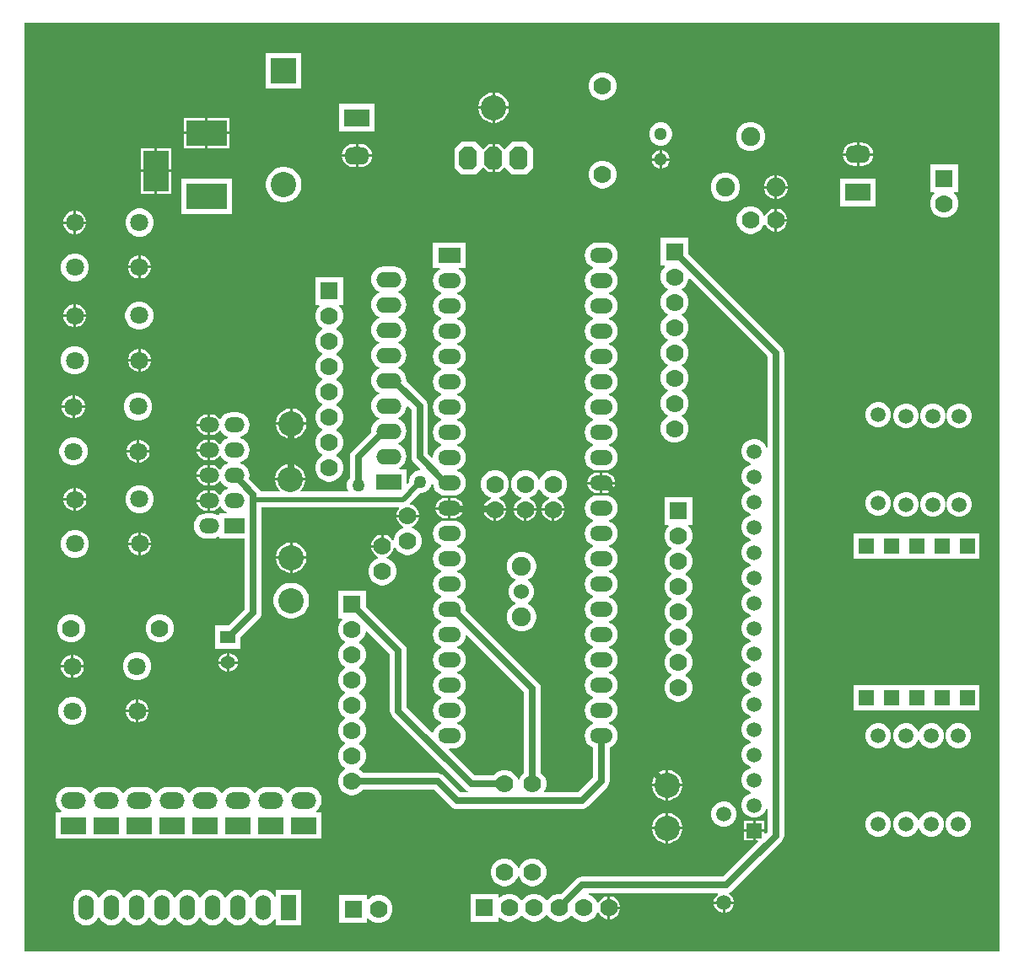
<source format=gtl>
G04*
G04 #@! TF.GenerationSoftware,Altium Limited,Altium Designer,21.0.8 (223)*
G04*
G04 Layer_Physical_Order=1*
G04 Layer_Color=255*
%FSAX24Y24*%
%MOIN*%
G70*
G04*
G04 #@! TF.SameCoordinates,60160E94-E268-4AC3-8077-459848BE01EC*
G04*
G04*
G04 #@! TF.FilePolarity,Positive*
G04*
G01*
G75*
%ADD16C,0.0600*%
%ADD50C,0.0250*%
%ADD51C,0.0200*%
%ADD52C,0.0700*%
%ADD53O,0.0900X0.0600*%
%ADD54R,0.0900X0.0600*%
%ADD55C,0.1000*%
%ADD56R,0.1000X0.1000*%
%ADD57R,0.1600X0.1000*%
%ADD58R,0.1000X0.1600*%
%ADD59C,0.0750*%
%ADD60C,0.0591*%
%ADD61R,0.0591X0.0591*%
%ADD62C,0.0709*%
%ADD63R,0.0700X0.0700*%
G04:AMPARAMS|DCode=64|XSize=70mil|YSize=90mil|CornerRadius=0mil|HoleSize=0mil|Usage=FLASHONLY|Rotation=0.000|XOffset=0mil|YOffset=0mil|HoleType=Round|Shape=Octagon|*
%AMOCTAGOND64*
4,1,8,-0.0175,0.0450,0.0175,0.0450,0.0350,0.0275,0.0350,-0.0275,0.0175,-0.0450,-0.0175,-0.0450,-0.0350,-0.0275,-0.0350,0.0275,-0.0175,0.0450,0.0*
%
%ADD64OCTAGOND64*%

%ADD65O,0.1000X0.0600*%
%ADD66R,0.1000X0.0600*%
%ADD67O,0.0600X0.1000*%
%ADD68R,0.0600X0.1000*%
%ADD69R,0.0591X0.0591*%
%ADD70O,0.0787X0.0591*%
%ADD71R,0.0787X0.0591*%
%ADD72O,0.1000X0.0650*%
%ADD73R,0.1000X0.0650*%
%ADD74C,0.0512*%
%ADD75R,0.0700X0.0700*%
%ADD76R,0.0591X0.0512*%
%ADD77O,0.0591X0.0512*%
%ADD78R,0.1000X0.0700*%
%ADD79O,0.1000X0.0700*%
%ADD80C,0.0500*%
G36*
X058747Y012953D02*
X020203D01*
Y049697D01*
X058747D01*
Y012953D01*
D02*
G37*
%LPC*%
G36*
X031150Y048500D02*
X029750D01*
Y047100D01*
X031150D01*
Y048500D01*
D02*
G37*
G36*
X043122Y047750D02*
X042978D01*
X042838Y047713D01*
X042712Y047640D01*
X042610Y047538D01*
X042537Y047412D01*
X042500Y047272D01*
Y047128D01*
X042537Y046988D01*
X042610Y046862D01*
X042712Y046760D01*
X042838Y046687D01*
X042978Y046650D01*
X043122D01*
X043262Y046687D01*
X043388Y046760D01*
X043490Y046862D01*
X043563Y046988D01*
X043600Y047128D01*
Y047272D01*
X043563Y047412D01*
X043490Y047538D01*
X043388Y047640D01*
X043262Y047713D01*
X043122Y047750D01*
D02*
G37*
G36*
X038809Y046950D02*
X038800D01*
Y046400D01*
X039350D01*
Y046409D01*
X039327Y046525D01*
X039282Y046634D01*
X039216Y046732D01*
X039132Y046816D01*
X039034Y046882D01*
X038925Y046927D01*
X038809Y046950D01*
D02*
G37*
G36*
X038700D02*
X038691D01*
X038575Y046927D01*
X038466Y046882D01*
X038368Y046816D01*
X038284Y046732D01*
X038218Y046634D01*
X038173Y046525D01*
X038150Y046409D01*
Y046400D01*
X038700D01*
Y046950D01*
D02*
G37*
G36*
X039350Y046300D02*
X038800D01*
Y045750D01*
X038809D01*
X038925Y045773D01*
X039034Y045818D01*
X039132Y045884D01*
X039216Y045968D01*
X039282Y046066D01*
X039327Y046175D01*
X039350Y046291D01*
Y046300D01*
D02*
G37*
G36*
X038700D02*
X038150D01*
Y046291D01*
X038173Y046175D01*
X038218Y046066D01*
X038284Y045968D01*
X038368Y045884D01*
X038466Y045818D01*
X038575Y045773D01*
X038691Y045750D01*
X038700D01*
Y046300D01*
D02*
G37*
G36*
X028300Y045950D02*
X027450D01*
Y045400D01*
X028300D01*
Y045950D01*
D02*
G37*
G36*
X034050Y046500D02*
X032650D01*
Y045400D01*
X034050D01*
Y046500D01*
D02*
G37*
G36*
X027350Y045950D02*
X026500D01*
Y045400D01*
X027350D01*
Y045950D01*
D02*
G37*
G36*
X045410Y045756D02*
X045290D01*
X045174Y045725D01*
X045070Y045665D01*
X044985Y045580D01*
X044925Y045476D01*
X044894Y045360D01*
Y045240D01*
X044925Y045124D01*
X044985Y045020D01*
X045070Y044935D01*
X045174Y044875D01*
X045290Y044844D01*
X045410D01*
X045526Y044875D01*
X045630Y044935D01*
X045715Y045020D01*
X045775Y045124D01*
X045806Y045240D01*
Y045360D01*
X045775Y045476D01*
X045715Y045580D01*
X045630Y045665D01*
X045526Y045725D01*
X045410Y045756D01*
D02*
G37*
G36*
X028300Y045300D02*
X027450D01*
Y044750D01*
X028300D01*
Y045300D01*
D02*
G37*
G36*
X027350D02*
X026500D01*
Y044750D01*
X027350D01*
Y045300D01*
D02*
G37*
G36*
X040025Y045000D02*
X039475D01*
X039200Y044725D01*
X039165Y044710D01*
X038975Y044900D01*
X038800D01*
Y044350D01*
Y043800D01*
X038975D01*
X039165Y043990D01*
X039200Y043975D01*
X039475Y043700D01*
X040025D01*
X040300Y043975D01*
Y044725D01*
X040025Y045000D01*
D02*
G37*
G36*
X048976Y045775D02*
X048824D01*
X048678Y045736D01*
X048547Y045660D01*
X048440Y045553D01*
X048364Y045422D01*
X048325Y045276D01*
Y045124D01*
X048364Y044978D01*
X048440Y044847D01*
X048547Y044740D01*
X048678Y044664D01*
X048824Y044625D01*
X048976D01*
X049122Y044664D01*
X049253Y044740D01*
X049360Y044847D01*
X049436Y044978D01*
X049475Y045124D01*
Y045276D01*
X049436Y045422D01*
X049360Y045553D01*
X049253Y045660D01*
X049122Y045736D01*
X048976Y045775D01*
D02*
G37*
G36*
X053300Y044954D02*
X053200D01*
Y044550D01*
X053747D01*
X053738Y044617D01*
X053693Y044727D01*
X053621Y044821D01*
X053527Y044893D01*
X053417Y044938D01*
X053300Y044954D01*
D02*
G37*
G36*
X053100D02*
X053000D01*
X052883Y044938D01*
X052773Y044893D01*
X052679Y044821D01*
X052607Y044727D01*
X052562Y044617D01*
X052553Y044550D01*
X053100D01*
Y044954D01*
D02*
G37*
G36*
X033500Y044904D02*
X033400D01*
Y044500D01*
X033947D01*
X033938Y044567D01*
X033893Y044677D01*
X033821Y044771D01*
X033727Y044843D01*
X033617Y044888D01*
X033500Y044904D01*
D02*
G37*
G36*
X033300D02*
X033200D01*
X033083Y044888D01*
X032973Y044843D01*
X032879Y044771D01*
X032807Y044677D01*
X032762Y044567D01*
X032753Y044500D01*
X033300D01*
Y044904D01*
D02*
G37*
G36*
X045400Y044655D02*
Y044350D01*
X045705D01*
X045682Y044437D01*
X045635Y044519D01*
X045569Y044585D01*
X045487Y044632D01*
X045400Y044655D01*
D02*
G37*
G36*
X045300D02*
X045213Y044632D01*
X045131Y044585D01*
X045065Y044519D01*
X045018Y044437D01*
X044995Y044350D01*
X045300D01*
Y044655D01*
D02*
G37*
G36*
X053747Y044450D02*
X053200D01*
Y044046D01*
X053300D01*
X053417Y044062D01*
X053527Y044107D01*
X053621Y044179D01*
X053693Y044273D01*
X053738Y044383D01*
X053747Y044450D01*
D02*
G37*
G36*
X053100D02*
X052553D01*
X052562Y044383D01*
X052607Y044273D01*
X052679Y044179D01*
X052773Y044107D01*
X052883Y044062D01*
X053000Y044046D01*
X053100D01*
Y044450D01*
D02*
G37*
G36*
X033947Y044400D02*
X033400D01*
Y043996D01*
X033500D01*
X033617Y044012D01*
X033727Y044057D01*
X033821Y044129D01*
X033893Y044223D01*
X033938Y044333D01*
X033947Y044400D01*
D02*
G37*
G36*
X033300D02*
X032753D01*
X032762Y044333D01*
X032807Y044223D01*
X032879Y044129D01*
X032973Y044057D01*
X033083Y044012D01*
X033200Y043996D01*
X033300D01*
Y044400D01*
D02*
G37*
G36*
X045705Y044250D02*
X045400D01*
Y043945D01*
X045487Y043968D01*
X045569Y044015D01*
X045635Y044081D01*
X045682Y044163D01*
X045705Y044250D01*
D02*
G37*
G36*
X045300D02*
X044995D01*
X045018Y044163D01*
X045065Y044081D01*
X045131Y044015D01*
X045213Y043968D01*
X045300Y043945D01*
Y044250D01*
D02*
G37*
G36*
X026000Y044750D02*
X025450D01*
Y043900D01*
X026000D01*
Y044750D01*
D02*
G37*
G36*
X025350D02*
X024800D01*
Y043900D01*
X025350D01*
Y044750D01*
D02*
G37*
G36*
X038025Y045000D02*
X037475D01*
X037200Y044725D01*
Y043975D01*
X037475Y043700D01*
X038025D01*
X038300Y043975D01*
X038335Y043990D01*
X038525Y043800D01*
X038700D01*
Y044350D01*
Y044900D01*
X038525D01*
X038335Y044710D01*
X038300Y044725D01*
X038025Y045000D01*
D02*
G37*
G36*
X049963Y043675D02*
X049950D01*
Y043250D01*
X050375D01*
Y043263D01*
X050343Y043383D01*
X050280Y043492D01*
X050192Y043580D01*
X050083Y043643D01*
X049963Y043675D01*
D02*
G37*
G36*
X049850D02*
X049837D01*
X049717Y043643D01*
X049608Y043580D01*
X049520Y043492D01*
X049457Y043383D01*
X049425Y043263D01*
Y043250D01*
X049850D01*
Y043675D01*
D02*
G37*
G36*
X043122Y044250D02*
X042978D01*
X042838Y044213D01*
X042712Y044140D01*
X042610Y044038D01*
X042537Y043912D01*
X042500Y043772D01*
Y043628D01*
X042537Y043488D01*
X042610Y043362D01*
X042712Y043260D01*
X042838Y043187D01*
X042978Y043150D01*
X043122D01*
X043262Y043187D01*
X043388Y043260D01*
X043490Y043362D01*
X043563Y043488D01*
X043600Y043628D01*
Y043772D01*
X043563Y043912D01*
X043490Y044038D01*
X043388Y044140D01*
X043262Y044213D01*
X043122Y044250D01*
D02*
G37*
G36*
X026000Y043800D02*
X025450D01*
Y042950D01*
X026000D01*
Y043800D01*
D02*
G37*
G36*
X025350D02*
X024800D01*
Y042950D01*
X025350D01*
Y043800D01*
D02*
G37*
G36*
X050375Y043150D02*
X049950D01*
Y042725D01*
X049963D01*
X050083Y042757D01*
X050192Y042820D01*
X050280Y042908D01*
X050343Y043017D01*
X050375Y043137D01*
Y043150D01*
D02*
G37*
G36*
X049850D02*
X049425D01*
Y043137D01*
X049457Y043017D01*
X049520Y042908D01*
X049608Y042820D01*
X049717Y042757D01*
X049837Y042725D01*
X049850D01*
Y043150D01*
D02*
G37*
G36*
X047976Y043775D02*
X047824D01*
X047678Y043736D01*
X047547Y043660D01*
X047440Y043553D01*
X047364Y043422D01*
X047325Y043276D01*
Y043124D01*
X047364Y042978D01*
X047440Y042847D01*
X047547Y042740D01*
X047678Y042664D01*
X047824Y042625D01*
X047976D01*
X048122Y042664D01*
X048253Y042740D01*
X048360Y042847D01*
X048436Y042978D01*
X048475Y043124D01*
Y043276D01*
X048436Y043422D01*
X048360Y043553D01*
X048253Y043660D01*
X048122Y043736D01*
X047976Y043775D01*
D02*
G37*
G36*
X030519Y044000D02*
X030381D01*
X030246Y043973D01*
X030118Y043920D01*
X030004Y043844D01*
X029906Y043746D01*
X029830Y043632D01*
X029777Y043504D01*
X029750Y043369D01*
Y043231D01*
X029777Y043096D01*
X029830Y042968D01*
X029906Y042854D01*
X030004Y042756D01*
X030118Y042680D01*
X030246Y042627D01*
X030381Y042600D01*
X030519D01*
X030654Y042627D01*
X030782Y042680D01*
X030896Y042756D01*
X030994Y042854D01*
X031070Y042968D01*
X031123Y043096D01*
X031150Y043231D01*
Y043369D01*
X031123Y043504D01*
X031070Y043632D01*
X030994Y043746D01*
X030896Y043844D01*
X030782Y043920D01*
X030654Y043973D01*
X030519Y044000D01*
D02*
G37*
G36*
X053850Y043550D02*
X052450D01*
Y042450D01*
X053850D01*
Y043550D01*
D02*
G37*
G36*
X028400D02*
X026400D01*
Y042150D01*
X028400D01*
Y043550D01*
D02*
G37*
G36*
X057100Y044100D02*
X056000D01*
Y043000D01*
X056151D01*
X056172Y042950D01*
X056110Y042888D01*
X056037Y042762D01*
X056000Y042622D01*
Y042478D01*
X056037Y042338D01*
X056110Y042212D01*
X056212Y042110D01*
X056338Y042037D01*
X056478Y042000D01*
X056622D01*
X056762Y042037D01*
X056888Y042110D01*
X056990Y042212D01*
X057063Y042338D01*
X057100Y042478D01*
Y042622D01*
X057063Y042762D01*
X056990Y042888D01*
X056928Y042950D01*
X056949Y043000D01*
X057100D01*
Y044100D01*
D02*
G37*
G36*
X049959Y042350D02*
X049950D01*
Y041950D01*
X050350D01*
Y041959D01*
X050319Y042074D01*
X050260Y042176D01*
X050176Y042260D01*
X050074Y042319D01*
X049959Y042350D01*
D02*
G37*
G36*
X022250Y042254D02*
X022240D01*
Y041850D01*
X022644D01*
Y041860D01*
X022613Y041975D01*
X022554Y042079D01*
X022469Y042164D01*
X022365Y042223D01*
X022250Y042254D01*
D02*
G37*
G36*
X022140D02*
X022130D01*
X022015Y042223D01*
X021911Y042164D01*
X021826Y042079D01*
X021767Y041975D01*
X021736Y041860D01*
Y041850D01*
X022140D01*
Y042254D01*
D02*
G37*
G36*
X050350Y041850D02*
X049950D01*
Y041450D01*
X049959D01*
X050074Y041481D01*
X050176Y041540D01*
X050260Y041624D01*
X050319Y041726D01*
X050350Y041841D01*
Y041850D01*
D02*
G37*
G36*
X048972Y042450D02*
X048828D01*
X048688Y042413D01*
X048562Y042340D01*
X048460Y042238D01*
X048387Y042112D01*
X048350Y041972D01*
Y041828D01*
X048387Y041688D01*
X048460Y041562D01*
X048562Y041460D01*
X048688Y041387D01*
X048828Y041350D01*
X048972D01*
X049112Y041387D01*
X049238Y041460D01*
X049340Y041562D01*
X049413Y041688D01*
X049426Y041738D01*
X049478D01*
X049481Y041726D01*
X049540Y041624D01*
X049624Y041540D01*
X049726Y041481D01*
X049841Y041450D01*
X049850D01*
Y041900D01*
Y042350D01*
X049841D01*
X049726Y042319D01*
X049624Y042260D01*
X049540Y042176D01*
X049481Y042074D01*
X049478Y042062D01*
X049426D01*
X049413Y042112D01*
X049340Y042238D01*
X049238Y042340D01*
X049112Y042413D01*
X048972Y042450D01*
D02*
G37*
G36*
X022644Y041750D02*
X022240D01*
Y041346D01*
X022250D01*
X022365Y041377D01*
X022469Y041436D01*
X022554Y041521D01*
X022613Y041625D01*
X022644Y041740D01*
Y041750D01*
D02*
G37*
G36*
X022140D02*
X021736D01*
Y041740D01*
X021767Y041625D01*
X021826Y041521D01*
X021911Y041436D01*
X022015Y041377D01*
X022130Y041346D01*
X022140D01*
Y041750D01*
D02*
G37*
G36*
X024823Y042354D02*
X024677D01*
X024536Y042317D01*
X024410Y042244D01*
X024306Y042140D01*
X024233Y042014D01*
X024196Y041873D01*
Y041727D01*
X024233Y041586D01*
X024306Y041460D01*
X024410Y041356D01*
X024536Y041283D01*
X024677Y041246D01*
X024823D01*
X024964Y041283D01*
X025090Y041356D01*
X025194Y041460D01*
X025267Y041586D01*
X025304Y041727D01*
Y041873D01*
X025267Y042014D01*
X025194Y042140D01*
X025090Y042244D01*
X024964Y042317D01*
X024823Y042354D01*
D02*
G37*
G36*
X024810Y040494D02*
X024800D01*
Y040090D01*
X025204D01*
Y040100D01*
X025173Y040215D01*
X025114Y040319D01*
X025029Y040404D01*
X024925Y040463D01*
X024810Y040494D01*
D02*
G37*
G36*
X024700D02*
X024690D01*
X024575Y040463D01*
X024471Y040404D01*
X024386Y040319D01*
X024327Y040215D01*
X024296Y040100D01*
Y040090D01*
X024700D01*
Y040494D01*
D02*
G37*
G36*
X025204Y039990D02*
X024800D01*
Y039586D01*
X024810D01*
X024925Y039617D01*
X025029Y039676D01*
X025114Y039761D01*
X025173Y039865D01*
X025204Y039980D01*
Y039990D01*
D02*
G37*
G36*
X024700D02*
X024296D01*
Y039980D01*
X024327Y039865D01*
X024386Y039761D01*
X024471Y039676D01*
X024575Y039617D01*
X024690Y039586D01*
X024700D01*
Y039990D01*
D02*
G37*
G36*
X022273Y040584D02*
X022127D01*
X021986Y040547D01*
X021860Y040474D01*
X021756Y040370D01*
X021683Y040244D01*
X021646Y040103D01*
Y039957D01*
X021683Y039816D01*
X021756Y039690D01*
X021860Y039586D01*
X021986Y039513D01*
X022127Y039476D01*
X022273D01*
X022414Y039513D01*
X022540Y039586D01*
X022644Y039690D01*
X022717Y039816D01*
X022754Y039957D01*
Y040103D01*
X022717Y040244D01*
X022644Y040370D01*
X022540Y040474D01*
X022414Y040547D01*
X022273Y040584D01*
D02*
G37*
G36*
X022250Y038564D02*
X022240D01*
Y038160D01*
X022644D01*
Y038170D01*
X022613Y038285D01*
X022554Y038389D01*
X022469Y038474D01*
X022365Y038533D01*
X022250Y038564D01*
D02*
G37*
G36*
X022140D02*
X022130D01*
X022015Y038533D01*
X021911Y038474D01*
X021826Y038389D01*
X021767Y038285D01*
X021736Y038170D01*
Y038160D01*
X022140D01*
Y038564D01*
D02*
G37*
G36*
X022644Y038060D02*
X022240D01*
Y037656D01*
X022250D01*
X022365Y037687D01*
X022469Y037746D01*
X022554Y037831D01*
X022613Y037935D01*
X022644Y038050D01*
Y038060D01*
D02*
G37*
G36*
X022140D02*
X021736D01*
Y038050D01*
X021767Y037935D01*
X021826Y037831D01*
X021911Y037746D01*
X022015Y037687D01*
X022130Y037656D01*
X022140D01*
Y038060D01*
D02*
G37*
G36*
X024813Y038674D02*
X024667D01*
X024526Y038637D01*
X024400Y038564D01*
X024296Y038460D01*
X024223Y038334D01*
X024186Y038193D01*
Y038047D01*
X024223Y037906D01*
X024296Y037780D01*
X024400Y037676D01*
X024526Y037603D01*
X024667Y037566D01*
X024813D01*
X024954Y037603D01*
X025080Y037676D01*
X025184Y037780D01*
X025257Y037906D01*
X025294Y038047D01*
Y038193D01*
X025257Y038334D01*
X025184Y038460D01*
X025080Y038564D01*
X024954Y038637D01*
X024813Y038674D01*
D02*
G37*
G36*
X024810Y036804D02*
X024800D01*
Y036400D01*
X025204D01*
Y036410D01*
X025173Y036525D01*
X025114Y036629D01*
X025029Y036714D01*
X024925Y036773D01*
X024810Y036804D01*
D02*
G37*
G36*
X024700D02*
X024690D01*
X024575Y036773D01*
X024471Y036714D01*
X024386Y036629D01*
X024327Y036525D01*
X024296Y036410D01*
Y036400D01*
X024700D01*
Y036804D01*
D02*
G37*
G36*
X025204Y036300D02*
X024800D01*
Y035896D01*
X024810D01*
X024925Y035927D01*
X025029Y035986D01*
X025114Y036071D01*
X025173Y036175D01*
X025204Y036290D01*
Y036300D01*
D02*
G37*
G36*
X024700D02*
X024296D01*
Y036290D01*
X024327Y036175D01*
X024386Y036071D01*
X024471Y035986D01*
X024575Y035927D01*
X024690Y035896D01*
X024700D01*
Y036300D01*
D02*
G37*
G36*
X022263Y036904D02*
X022117D01*
X021976Y036867D01*
X021850Y036794D01*
X021746Y036690D01*
X021673Y036564D01*
X021636Y036423D01*
Y036277D01*
X021673Y036136D01*
X021746Y036010D01*
X021850Y035906D01*
X021976Y035833D01*
X022117Y035796D01*
X022263D01*
X022404Y035833D01*
X022530Y035906D01*
X022634Y036010D01*
X022707Y036136D01*
X022744Y036277D01*
Y036423D01*
X022707Y036564D01*
X022634Y036690D01*
X022530Y036794D01*
X022404Y036867D01*
X022263Y036904D01*
D02*
G37*
G36*
X022200Y034964D02*
X022190D01*
Y034560D01*
X022594D01*
Y034570D01*
X022563Y034685D01*
X022504Y034789D01*
X022419Y034874D01*
X022315Y034933D01*
X022200Y034964D01*
D02*
G37*
G36*
X022090D02*
X022080D01*
X021965Y034933D01*
X021861Y034874D01*
X021776Y034789D01*
X021717Y034685D01*
X021686Y034570D01*
Y034560D01*
X022090D01*
Y034964D01*
D02*
G37*
G36*
X022594Y034460D02*
X022190D01*
Y034056D01*
X022200D01*
X022315Y034087D01*
X022419Y034146D01*
X022504Y034231D01*
X022563Y034335D01*
X022594Y034450D01*
Y034460D01*
D02*
G37*
G36*
X022090D02*
X021686D01*
Y034450D01*
X021717Y034335D01*
X021776Y034231D01*
X021861Y034146D01*
X021965Y034087D01*
X022080Y034056D01*
X022090D01*
Y034460D01*
D02*
G37*
G36*
X024763Y035074D02*
X024617D01*
X024476Y035037D01*
X024350Y034964D01*
X024246Y034860D01*
X024173Y034734D01*
X024136Y034593D01*
Y034447D01*
X024173Y034306D01*
X024246Y034180D01*
X024350Y034076D01*
X024476Y034003D01*
X024617Y033966D01*
X024763D01*
X024904Y034003D01*
X025030Y034076D01*
X025134Y034180D01*
X025207Y034306D01*
X025244Y034447D01*
Y034593D01*
X025207Y034734D01*
X025134Y034860D01*
X025030Y034964D01*
X024904Y035037D01*
X024763Y035074D01*
D02*
G37*
G36*
X030809Y034450D02*
X030800D01*
Y033900D01*
X031350D01*
Y033909D01*
X031327Y034025D01*
X031282Y034134D01*
X031216Y034232D01*
X031132Y034316D01*
X031034Y034382D01*
X030925Y034427D01*
X030809Y034450D01*
D02*
G37*
G36*
X030700D02*
X030691D01*
X030575Y034427D01*
X030466Y034382D01*
X030368Y034316D01*
X030284Y034232D01*
X030218Y034134D01*
X030173Y034025D01*
X030150Y033909D01*
Y033900D01*
X030700D01*
Y034450D01*
D02*
G37*
G36*
X027450Y034199D02*
X027402D01*
X027298Y034185D01*
X027202Y034145D01*
X027120Y034082D01*
X027056Y033999D01*
X027016Y033903D01*
X027009Y033850D01*
X027450D01*
Y034199D01*
D02*
G37*
G36*
X054015Y034695D02*
X053885D01*
X053759Y034662D01*
X053646Y034596D01*
X053554Y034504D01*
X053488Y034391D01*
X053455Y034265D01*
Y034135D01*
X053488Y034009D01*
X053554Y033896D01*
X053646Y033804D01*
X053759Y033738D01*
X053885Y033705D01*
X054015D01*
X054141Y033738D01*
X054254Y033804D01*
X054346Y033896D01*
X054412Y034009D01*
X054445Y034135D01*
Y034265D01*
X054412Y034391D01*
X054346Y034504D01*
X054254Y034596D01*
X054141Y034662D01*
X054015Y034695D01*
D02*
G37*
G36*
X057215Y034645D02*
X057085D01*
X056959Y034612D01*
X056846Y034546D01*
X056754Y034454D01*
X056688Y034341D01*
X056655Y034215D01*
Y034085D01*
X056688Y033959D01*
X056754Y033846D01*
X056846Y033754D01*
X056959Y033688D01*
X057085Y033655D01*
X057215D01*
X057341Y033688D01*
X057454Y033754D01*
X057546Y033846D01*
X057612Y033959D01*
X057645Y034085D01*
Y034215D01*
X057612Y034341D01*
X057546Y034454D01*
X057454Y034546D01*
X057341Y034612D01*
X057215Y034645D01*
D02*
G37*
G36*
X056165D02*
X056035D01*
X055909Y034612D01*
X055796Y034546D01*
X055704Y034454D01*
X055638Y034341D01*
X055605Y034215D01*
Y034085D01*
X055638Y033959D01*
X055704Y033846D01*
X055796Y033754D01*
X055909Y033688D01*
X056035Y033655D01*
X056165D01*
X056291Y033688D01*
X056404Y033754D01*
X056496Y033846D01*
X056562Y033959D01*
X056595Y034085D01*
Y034215D01*
X056562Y034341D01*
X056496Y034454D01*
X056404Y034546D01*
X056291Y034612D01*
X056165Y034645D01*
D02*
G37*
G36*
X055115D02*
X054985D01*
X054859Y034612D01*
X054746Y034546D01*
X054654Y034454D01*
X054588Y034341D01*
X054555Y034215D01*
Y034085D01*
X054588Y033959D01*
X054654Y033846D01*
X054746Y033754D01*
X054859Y033688D01*
X054985Y033655D01*
X055115D01*
X055241Y033688D01*
X055354Y033754D01*
X055446Y033846D01*
X055512Y033959D01*
X055545Y034085D01*
Y034215D01*
X055512Y034341D01*
X055446Y034454D01*
X055354Y034546D01*
X055241Y034612D01*
X055115Y034645D01*
D02*
G37*
G36*
X027450Y033750D02*
X027009D01*
X027016Y033697D01*
X027056Y033601D01*
X027120Y033518D01*
X027202Y033455D01*
X027298Y033415D01*
X027402Y033401D01*
X027450D01*
Y033750D01*
D02*
G37*
G36*
X031350Y033800D02*
X030800D01*
Y033250D01*
X030809D01*
X030925Y033273D01*
X031034Y033318D01*
X031132Y033384D01*
X031216Y033468D01*
X031282Y033566D01*
X031327Y033675D01*
X031350Y033791D01*
Y033800D01*
D02*
G37*
G36*
X030700D02*
X030150D01*
Y033791D01*
X030173Y033675D01*
X030218Y033566D01*
X030284Y033468D01*
X030368Y033384D01*
X030466Y033318D01*
X030575Y033273D01*
X030691Y033250D01*
X030700D01*
Y033800D01*
D02*
G37*
G36*
X046450Y041200D02*
X045350D01*
Y040100D01*
X045501D01*
X045522Y040050D01*
X045460Y039988D01*
X045387Y039862D01*
X045350Y039722D01*
Y039578D01*
X045387Y039438D01*
X045460Y039312D01*
X045562Y039210D01*
X045623Y039175D01*
Y039125D01*
X045562Y039090D01*
X045460Y038988D01*
X045387Y038862D01*
X045350Y038722D01*
Y038578D01*
X045387Y038438D01*
X045460Y038312D01*
X045562Y038210D01*
X045623Y038175D01*
Y038125D01*
X045562Y038090D01*
X045460Y037988D01*
X045387Y037862D01*
X045350Y037722D01*
Y037578D01*
X045387Y037438D01*
X045460Y037312D01*
X045562Y037210D01*
X045623Y037175D01*
Y037125D01*
X045562Y037090D01*
X045460Y036988D01*
X045387Y036862D01*
X045350Y036722D01*
Y036578D01*
X045387Y036438D01*
X045460Y036312D01*
X045562Y036210D01*
X045623Y036175D01*
Y036125D01*
X045562Y036090D01*
X045460Y035988D01*
X045387Y035862D01*
X045350Y035722D01*
Y035578D01*
X045387Y035438D01*
X045460Y035312D01*
X045562Y035210D01*
X045623Y035175D01*
Y035125D01*
X045562Y035090D01*
X045460Y034988D01*
X045387Y034862D01*
X045350Y034722D01*
Y034578D01*
X045387Y034438D01*
X045460Y034312D01*
X045562Y034210D01*
X045623Y034175D01*
Y034125D01*
X045562Y034090D01*
X045460Y033988D01*
X045387Y033862D01*
X045350Y033722D01*
Y033578D01*
X045387Y033438D01*
X045460Y033312D01*
X045562Y033210D01*
X045688Y033137D01*
X045828Y033100D01*
X045972D01*
X046112Y033137D01*
X046238Y033210D01*
X046340Y033312D01*
X046413Y033438D01*
X046450Y033578D01*
Y033722D01*
X046413Y033862D01*
X046340Y033988D01*
X046238Y034090D01*
X046177Y034125D01*
Y034175D01*
X046238Y034210D01*
X046340Y034312D01*
X046413Y034438D01*
X046450Y034578D01*
Y034722D01*
X046413Y034862D01*
X046340Y034988D01*
X046238Y035090D01*
X046177Y035125D01*
Y035175D01*
X046238Y035210D01*
X046340Y035312D01*
X046413Y035438D01*
X046450Y035578D01*
Y035722D01*
X046413Y035862D01*
X046340Y035988D01*
X046238Y036090D01*
X046177Y036125D01*
Y036175D01*
X046238Y036210D01*
X046340Y036312D01*
X046413Y036438D01*
X046450Y036578D01*
Y036722D01*
X046413Y036862D01*
X046340Y036988D01*
X046238Y037090D01*
X046177Y037125D01*
Y037175D01*
X046238Y037210D01*
X046340Y037312D01*
X046413Y037438D01*
X046450Y037578D01*
Y037722D01*
X046413Y037862D01*
X046340Y037988D01*
X046238Y038090D01*
X046177Y038125D01*
Y038175D01*
X046238Y038210D01*
X046340Y038312D01*
X046413Y038438D01*
X046450Y038578D01*
Y038722D01*
X046413Y038862D01*
X046340Y038988D01*
X046238Y039090D01*
X046177Y039125D01*
Y039175D01*
X046238Y039210D01*
X046340Y039312D01*
X046413Y039438D01*
X046447Y039568D01*
X046495Y039592D01*
X049572Y036514D01*
Y032908D01*
X049522Y032901D01*
X049512Y032941D01*
X049446Y033054D01*
X049354Y033146D01*
X049241Y033212D01*
X049115Y033245D01*
X048985D01*
X048859Y033212D01*
X048746Y033146D01*
X048654Y033054D01*
X048588Y032941D01*
X048555Y032815D01*
Y032685D01*
X048588Y032559D01*
X048654Y032446D01*
X048746Y032354D01*
X048859Y032288D01*
X048906Y032276D01*
Y032224D01*
X048859Y032212D01*
X048746Y032146D01*
X048654Y032054D01*
X048588Y031941D01*
X048555Y031815D01*
Y031685D01*
X048588Y031559D01*
X048654Y031446D01*
X048746Y031354D01*
X048859Y031288D01*
X048906Y031276D01*
Y031224D01*
X048859Y031212D01*
X048746Y031146D01*
X048654Y031054D01*
X048588Y030941D01*
X048555Y030815D01*
Y030685D01*
X048588Y030559D01*
X048654Y030446D01*
X048746Y030354D01*
X048859Y030288D01*
X048906Y030276D01*
Y030224D01*
X048859Y030212D01*
X048746Y030146D01*
X048654Y030054D01*
X048588Y029941D01*
X048555Y029815D01*
Y029685D01*
X048588Y029559D01*
X048654Y029446D01*
X048746Y029354D01*
X048859Y029288D01*
X048906Y029276D01*
Y029224D01*
X048859Y029212D01*
X048746Y029146D01*
X048654Y029054D01*
X048588Y028941D01*
X048555Y028815D01*
Y028685D01*
X048588Y028559D01*
X048654Y028446D01*
X048746Y028354D01*
X048859Y028288D01*
X048906Y028276D01*
Y028224D01*
X048859Y028212D01*
X048746Y028146D01*
X048654Y028054D01*
X048588Y027941D01*
X048555Y027815D01*
Y027685D01*
X048588Y027559D01*
X048654Y027446D01*
X048746Y027354D01*
X048859Y027288D01*
X048906Y027276D01*
Y027224D01*
X048859Y027212D01*
X048746Y027146D01*
X048654Y027054D01*
X048588Y026941D01*
X048555Y026815D01*
Y026685D01*
X048588Y026559D01*
X048654Y026446D01*
X048746Y026354D01*
X048859Y026288D01*
X048906Y026276D01*
Y026224D01*
X048859Y026212D01*
X048746Y026146D01*
X048654Y026054D01*
X048588Y025941D01*
X048555Y025815D01*
Y025685D01*
X048588Y025559D01*
X048654Y025446D01*
X048746Y025354D01*
X048859Y025288D01*
X048906Y025276D01*
Y025224D01*
X048859Y025212D01*
X048746Y025146D01*
X048654Y025054D01*
X048588Y024941D01*
X048555Y024815D01*
Y024685D01*
X048588Y024559D01*
X048654Y024446D01*
X048746Y024354D01*
X048859Y024288D01*
X048906Y024276D01*
Y024224D01*
X048859Y024212D01*
X048746Y024146D01*
X048654Y024054D01*
X048588Y023941D01*
X048555Y023815D01*
Y023685D01*
X048588Y023559D01*
X048654Y023446D01*
X048746Y023354D01*
X048859Y023288D01*
X048906Y023276D01*
Y023224D01*
X048859Y023212D01*
X048746Y023146D01*
X048654Y023054D01*
X048588Y022941D01*
X048555Y022815D01*
Y022685D01*
X048588Y022559D01*
X048654Y022446D01*
X048746Y022354D01*
X048859Y022288D01*
X048906Y022276D01*
Y022224D01*
X048859Y022212D01*
X048746Y022146D01*
X048654Y022054D01*
X048588Y021941D01*
X048555Y021815D01*
Y021685D01*
X048588Y021559D01*
X048654Y021446D01*
X048746Y021354D01*
X048859Y021288D01*
X048906Y021276D01*
Y021224D01*
X048859Y021212D01*
X048746Y021146D01*
X048654Y021054D01*
X048588Y020941D01*
X048555Y020815D01*
Y020685D01*
X048588Y020559D01*
X048654Y020446D01*
X048746Y020354D01*
X048859Y020288D01*
X048906Y020276D01*
Y020224D01*
X048859Y020212D01*
X048746Y020146D01*
X048654Y020054D01*
X048588Y019941D01*
X048555Y019815D01*
Y019685D01*
X048588Y019559D01*
X048654Y019446D01*
X048746Y019354D01*
X048859Y019288D01*
X048906Y019276D01*
Y019224D01*
X048859Y019212D01*
X048746Y019146D01*
X048654Y019054D01*
X048588Y018941D01*
X048555Y018815D01*
Y018685D01*
X048588Y018559D01*
X048654Y018446D01*
X048746Y018354D01*
X048859Y018288D01*
X048985Y018255D01*
X049115D01*
X049241Y018288D01*
X049354Y018354D01*
X049446Y018446D01*
X049512Y018559D01*
X049522Y018599D01*
X049572Y018592D01*
Y017686D01*
X049491Y017605D01*
X049445Y017624D01*
Y017700D01*
X049100D01*
Y017355D01*
X049176D01*
X049195Y017309D01*
X048579Y016692D01*
X048578Y016692D01*
X047814Y015928D01*
X042234D01*
X042149Y015917D01*
X042070Y015884D01*
X042002Y015832D01*
X041418Y015247D01*
X041407Y015250D01*
X041262D01*
X041122Y015213D01*
X040997Y015140D01*
X040894Y015038D01*
X040867Y014991D01*
X040817D01*
X040790Y015038D01*
X040688Y015140D01*
X040562Y015213D01*
X040422Y015250D01*
X040278D01*
X040138Y015213D01*
X040012Y015140D01*
X039910Y015038D01*
X039883Y014991D01*
X039833D01*
X039806Y015038D01*
X039703Y015140D01*
X039578Y015213D01*
X039438Y015250D01*
X039293D01*
X039153Y015213D01*
X039028Y015140D01*
X038978Y015090D01*
X038932Y015109D01*
Y015250D01*
X037831D01*
Y014150D01*
X038932D01*
Y014291D01*
X038978Y014310D01*
X039028Y014260D01*
X039153Y014187D01*
X039293Y014150D01*
X039438D01*
X039578Y014187D01*
X039703Y014260D01*
X039806Y014362D01*
X039833Y014409D01*
X039883D01*
X039910Y014362D01*
X040012Y014260D01*
X040138Y014187D01*
X040278Y014150D01*
X040422D01*
X040562Y014187D01*
X040688Y014260D01*
X040790Y014362D01*
X040817Y014409D01*
X040867D01*
X040894Y014362D01*
X040997Y014260D01*
X041122Y014187D01*
X041262Y014150D01*
X041407D01*
X041547Y014187D01*
X041672Y014260D01*
X041774Y014362D01*
X041801Y014409D01*
X041851D01*
X041878Y014362D01*
X041981Y014260D01*
X042106Y014187D01*
X042246Y014150D01*
X042391D01*
X042531Y014187D01*
X042656Y014260D01*
X042759Y014362D01*
X042831Y014488D01*
X042838Y014515D01*
X042890Y014515D01*
X042943Y014424D01*
X043026Y014340D01*
X043129Y014281D01*
X043244Y014250D01*
X043253D01*
Y014700D01*
Y015150D01*
X043244D01*
X043129Y015119D01*
X043026Y015060D01*
X042943Y014976D01*
X042890Y014885D01*
X042838Y014885D01*
X042831Y014912D01*
X042759Y015038D01*
X042656Y015140D01*
X042531Y015213D01*
X042495Y015222D01*
X042501Y015272D01*
X047604D01*
X047618Y015222D01*
X047607Y015216D01*
X047534Y015143D01*
X047482Y015053D01*
X047455Y014952D01*
Y014950D01*
X047850D01*
X048245D01*
Y014952D01*
X048218Y015053D01*
X048166Y015143D01*
X048093Y015216D01*
X048055Y015238D01*
X048059Y015293D01*
X048114Y015316D01*
X048182Y015368D01*
X049041Y016228D01*
X049042Y016228D01*
X050132Y017318D01*
X050184Y017386D01*
X050217Y017465D01*
X050222Y017507D01*
X050228Y017550D01*
Y036650D01*
X050217Y036735D01*
X050184Y036814D01*
X050132Y036882D01*
X046450Y040564D01*
Y041200D01*
D02*
G37*
G36*
X027450Y033199D02*
X027402D01*
X027298Y033185D01*
X027202Y033145D01*
X027120Y033082D01*
X027056Y032999D01*
X027016Y032903D01*
X027009Y032850D01*
X027450D01*
Y033199D01*
D02*
G37*
G36*
X024760Y033204D02*
X024750D01*
Y032800D01*
X025154D01*
Y032810D01*
X025123Y032925D01*
X025064Y033029D01*
X024979Y033114D01*
X024875Y033173D01*
X024760Y033204D01*
D02*
G37*
G36*
X024650D02*
X024640D01*
X024525Y033173D01*
X024421Y033114D01*
X024336Y033029D01*
X024277Y032925D01*
X024246Y032810D01*
Y032800D01*
X024650D01*
Y033204D01*
D02*
G37*
G36*
X037650Y041000D02*
X036350D01*
Y040000D01*
X036620D01*
X036630Y039950D01*
X036598Y039937D01*
X036493Y039857D01*
X036413Y039752D01*
X036363Y039631D01*
X036346Y039500D01*
X036363Y039369D01*
X036413Y039248D01*
X036493Y039143D01*
X036598Y039063D01*
X036685Y039027D01*
Y038973D01*
X036598Y038937D01*
X036493Y038857D01*
X036413Y038752D01*
X036363Y038631D01*
X036346Y038500D01*
X036363Y038369D01*
X036413Y038248D01*
X036493Y038143D01*
X036598Y038063D01*
X036685Y038027D01*
Y037973D01*
X036598Y037937D01*
X036493Y037857D01*
X036413Y037752D01*
X036363Y037631D01*
X036346Y037500D01*
X036363Y037369D01*
X036413Y037248D01*
X036493Y037143D01*
X036598Y037063D01*
X036685Y037027D01*
Y036973D01*
X036598Y036937D01*
X036493Y036857D01*
X036413Y036752D01*
X036363Y036631D01*
X036346Y036500D01*
X036363Y036369D01*
X036413Y036248D01*
X036493Y036143D01*
X036598Y036063D01*
X036685Y036027D01*
Y035973D01*
X036598Y035937D01*
X036493Y035857D01*
X036413Y035752D01*
X036363Y035631D01*
X036346Y035500D01*
X036363Y035369D01*
X036413Y035248D01*
X036493Y035143D01*
X036598Y035063D01*
X036685Y035027D01*
Y034973D01*
X036598Y034937D01*
X036493Y034857D01*
X036413Y034752D01*
X036363Y034631D01*
X036346Y034500D01*
X036363Y034369D01*
X036413Y034248D01*
X036493Y034143D01*
X036598Y034063D01*
X036685Y034027D01*
Y033973D01*
X036598Y033937D01*
X036493Y033857D01*
X036413Y033752D01*
X036363Y033631D01*
X036346Y033500D01*
X036363Y033369D01*
X036413Y033248D01*
X036493Y033143D01*
X036598Y033063D01*
X036685Y033027D01*
Y032973D01*
X036598Y032937D01*
X036493Y032857D01*
X036413Y032752D01*
X036363Y032631D01*
X036350Y032534D01*
X036297Y032516D01*
X036153Y032661D01*
Y034525D01*
X036142Y034610D01*
X036109Y034689D01*
X036057Y034757D01*
X035300Y035514D01*
X035304Y035550D01*
X035287Y035681D01*
X035237Y035802D01*
X035157Y035907D01*
X035052Y035987D01*
X034965Y036023D01*
Y036077D01*
X035052Y036113D01*
X035157Y036193D01*
X035237Y036298D01*
X035287Y036419D01*
X035304Y036550D01*
X035287Y036681D01*
X035237Y036802D01*
X035157Y036907D01*
X035052Y036987D01*
X034965Y037023D01*
Y037077D01*
X035052Y037113D01*
X035157Y037193D01*
X035237Y037298D01*
X035287Y037419D01*
X035304Y037550D01*
X035287Y037681D01*
X035237Y037802D01*
X035157Y037907D01*
X035052Y037987D01*
X034965Y038023D01*
Y038077D01*
X035052Y038113D01*
X035157Y038193D01*
X035237Y038298D01*
X035287Y038419D01*
X035304Y038550D01*
X035287Y038681D01*
X035237Y038802D01*
X035157Y038907D01*
X035052Y038987D01*
X034965Y039023D01*
Y039077D01*
X035052Y039113D01*
X035157Y039193D01*
X035237Y039298D01*
X035287Y039419D01*
X035304Y039550D01*
X035287Y039681D01*
X035237Y039802D01*
X035157Y039907D01*
X035052Y039987D01*
X034931Y040037D01*
X034800Y040054D01*
X034400D01*
X034269Y040037D01*
X034148Y039987D01*
X034043Y039907D01*
X033963Y039802D01*
X033913Y039681D01*
X033896Y039550D01*
X033913Y039419D01*
X033963Y039298D01*
X034043Y039193D01*
X034148Y039113D01*
X034235Y039077D01*
Y039023D01*
X034148Y038987D01*
X034043Y038907D01*
X033963Y038802D01*
X033913Y038681D01*
X033896Y038550D01*
X033913Y038419D01*
X033963Y038298D01*
X034043Y038193D01*
X034148Y038113D01*
X034235Y038077D01*
Y038023D01*
X034148Y037987D01*
X034043Y037907D01*
X033963Y037802D01*
X033913Y037681D01*
X033896Y037550D01*
X033913Y037419D01*
X033963Y037298D01*
X034043Y037193D01*
X034148Y037113D01*
X034235Y037077D01*
Y037023D01*
X034148Y036987D01*
X034043Y036907D01*
X033963Y036802D01*
X033913Y036681D01*
X033896Y036550D01*
X033913Y036419D01*
X033963Y036298D01*
X034043Y036193D01*
X034148Y036113D01*
X034235Y036077D01*
Y036023D01*
X034148Y035987D01*
X034043Y035907D01*
X033963Y035802D01*
X033913Y035681D01*
X033896Y035550D01*
X033913Y035419D01*
X033963Y035298D01*
X034043Y035193D01*
X034148Y035113D01*
X034235Y035077D01*
Y035023D01*
X034148Y034987D01*
X034043Y034907D01*
X033963Y034802D01*
X033913Y034681D01*
X033896Y034550D01*
X033913Y034419D01*
X033963Y034298D01*
X034043Y034193D01*
X034148Y034113D01*
X034235Y034077D01*
Y034023D01*
X034148Y033987D01*
X034043Y033907D01*
X033963Y033802D01*
X033913Y033681D01*
X033896Y033550D01*
X033900Y033514D01*
X033168Y032782D01*
X033116Y032714D01*
X033083Y032635D01*
X033078Y032592D01*
X033072Y032550D01*
Y031709D01*
X033040Y031676D01*
X032981Y031574D01*
X032950Y031459D01*
Y031341D01*
X032981Y031226D01*
X032998Y031196D01*
X032973Y031153D01*
X031122D01*
X031101Y031203D01*
X031166Y031268D01*
X031232Y031366D01*
X031277Y031475D01*
X031300Y031591D01*
Y031600D01*
X030700D01*
X030100D01*
Y031591D01*
X030123Y031475D01*
X030168Y031366D01*
X030234Y031268D01*
X030299Y031203D01*
X030278Y031153D01*
X029559D01*
X029534Y031214D01*
X029482Y031282D01*
X029082Y031681D01*
X029098Y031800D01*
X029081Y031929D01*
X029031Y032050D01*
X028952Y032153D01*
X028848Y032233D01*
X028751Y032273D01*
Y032327D01*
X028848Y032367D01*
X028952Y032447D01*
X029031Y032550D01*
X029081Y032671D01*
X029098Y032800D01*
X029081Y032929D01*
X029031Y033050D01*
X028952Y033153D01*
X028848Y033233D01*
X028751Y033273D01*
Y033327D01*
X028848Y033367D01*
X028952Y033447D01*
X029031Y033550D01*
X029081Y033671D01*
X029098Y033800D01*
X029081Y033929D01*
X029031Y034050D01*
X028952Y034153D01*
X028848Y034233D01*
X028728Y034283D01*
X028598Y034300D01*
X028402D01*
X028272Y034283D01*
X028152Y034233D01*
X028048Y034153D01*
X027969Y034050D01*
X027969Y034049D01*
X027911Y034041D01*
X027880Y034082D01*
X027798Y034145D01*
X027702Y034185D01*
X027598Y034199D01*
X027550D01*
Y033800D01*
Y033401D01*
X027598D01*
X027702Y033415D01*
X027798Y033455D01*
X027880Y033518D01*
X027911Y033559D01*
X027969Y033551D01*
X027969Y033550D01*
X028048Y033447D01*
X028152Y033367D01*
X028249Y033327D01*
Y033273D01*
X028152Y033233D01*
X028048Y033153D01*
X027969Y033050D01*
X027969Y033049D01*
X027911Y033041D01*
X027880Y033082D01*
X027798Y033145D01*
X027702Y033185D01*
X027598Y033199D01*
X027550D01*
Y032800D01*
Y032401D01*
X027598D01*
X027702Y032415D01*
X027798Y032455D01*
X027880Y032518D01*
X027911Y032559D01*
X027969Y032551D01*
X027969Y032550D01*
X028048Y032447D01*
X028152Y032367D01*
X028249Y032327D01*
Y032273D01*
X028152Y032233D01*
X028048Y032153D01*
X027969Y032050D01*
X027969Y032049D01*
X027911Y032041D01*
X027880Y032082D01*
X027798Y032145D01*
X027702Y032185D01*
X027598Y032199D01*
X027550D01*
Y031800D01*
Y031401D01*
X027598D01*
X027702Y031415D01*
X027798Y031455D01*
X027880Y031518D01*
X027911Y031559D01*
X027969Y031551D01*
X027969Y031550D01*
X028048Y031447D01*
X028152Y031367D01*
X028249Y031327D01*
Y031273D01*
X028152Y031233D01*
X028048Y031153D01*
X027969Y031050D01*
X027969Y031049D01*
X027911Y031041D01*
X027880Y031082D01*
X027798Y031145D01*
X027702Y031185D01*
X027598Y031199D01*
X027550D01*
Y030800D01*
Y030401D01*
X027598D01*
X027702Y030415D01*
X027798Y030455D01*
X027880Y030518D01*
X027911Y030559D01*
X027969Y030551D01*
X027969Y030550D01*
X028048Y030447D01*
X028152Y030367D01*
X028205Y030345D01*
X028195Y030295D01*
X027906D01*
Y030245D01*
X027861Y030222D01*
X027848Y030233D01*
X027728Y030283D01*
X027598Y030300D01*
X027402D01*
X027272Y030283D01*
X027152Y030233D01*
X027048Y030153D01*
X026969Y030050D01*
X026919Y029929D01*
X026902Y029800D01*
X026919Y029671D01*
X026969Y029550D01*
X027048Y029447D01*
X027152Y029367D01*
X027272Y029317D01*
X027402Y029300D01*
X027598D01*
X027728Y029317D01*
X027848Y029367D01*
X027861Y029378D01*
X027906Y029355D01*
Y029305D01*
X028922D01*
Y026496D01*
X028282Y025856D01*
X027755D01*
Y024944D01*
X028745D01*
Y025392D01*
X029482Y026129D01*
X029534Y026197D01*
X029567Y026276D01*
X029572Y026318D01*
X029578Y026361D01*
Y030547D01*
X034996D01*
X035015Y030501D01*
X034990Y030476D01*
X034931Y030374D01*
X034900Y030259D01*
Y030250D01*
X035350D01*
X035800D01*
Y030259D01*
X035769Y030374D01*
X035710Y030476D01*
X035626Y030560D01*
X035524Y030619D01*
X035448Y030640D01*
X035433Y030695D01*
X035639Y030901D01*
X035639Y030901D01*
X035671Y030943D01*
X035828Y031100D01*
X035909D01*
X036024Y031131D01*
X036126Y031190D01*
X036210Y031274D01*
X036269Y031376D01*
X036300Y031491D01*
X036348Y031485D01*
X036363Y031369D01*
X036413Y031248D01*
X036493Y031143D01*
X036598Y031063D01*
X036719Y031013D01*
X036850Y030996D01*
X037150D01*
X037281Y031013D01*
X037402Y031063D01*
X037507Y031143D01*
X037587Y031248D01*
X037637Y031369D01*
X037654Y031500D01*
X037637Y031631D01*
X037587Y031752D01*
X037507Y031857D01*
X037402Y031937D01*
X037315Y031973D01*
Y032027D01*
X037402Y032063D01*
X037507Y032143D01*
X037587Y032248D01*
X037637Y032369D01*
X037654Y032500D01*
X037637Y032631D01*
X037587Y032752D01*
X037507Y032857D01*
X037402Y032937D01*
X037315Y032973D01*
Y033027D01*
X037402Y033063D01*
X037507Y033143D01*
X037587Y033248D01*
X037637Y033369D01*
X037654Y033500D01*
X037637Y033631D01*
X037587Y033752D01*
X037507Y033857D01*
X037402Y033937D01*
X037315Y033973D01*
Y034027D01*
X037402Y034063D01*
X037507Y034143D01*
X037587Y034248D01*
X037637Y034369D01*
X037654Y034500D01*
X037637Y034631D01*
X037587Y034752D01*
X037507Y034857D01*
X037402Y034937D01*
X037315Y034973D01*
Y035027D01*
X037402Y035063D01*
X037507Y035143D01*
X037587Y035248D01*
X037637Y035369D01*
X037654Y035500D01*
X037637Y035631D01*
X037587Y035752D01*
X037507Y035857D01*
X037402Y035937D01*
X037315Y035973D01*
Y036027D01*
X037402Y036063D01*
X037507Y036143D01*
X037587Y036248D01*
X037637Y036369D01*
X037654Y036500D01*
X037637Y036631D01*
X037587Y036752D01*
X037507Y036857D01*
X037402Y036937D01*
X037315Y036973D01*
Y037027D01*
X037402Y037063D01*
X037507Y037143D01*
X037587Y037248D01*
X037637Y037369D01*
X037654Y037500D01*
X037637Y037631D01*
X037587Y037752D01*
X037507Y037857D01*
X037402Y037937D01*
X037315Y037973D01*
Y038027D01*
X037402Y038063D01*
X037507Y038143D01*
X037587Y038248D01*
X037637Y038369D01*
X037654Y038500D01*
X037637Y038631D01*
X037587Y038752D01*
X037507Y038857D01*
X037402Y038937D01*
X037315Y038973D01*
Y039027D01*
X037402Y039063D01*
X037507Y039143D01*
X037587Y039248D01*
X037637Y039369D01*
X037654Y039500D01*
X037637Y039631D01*
X037587Y039752D01*
X037507Y039857D01*
X037402Y039937D01*
X037370Y039950D01*
X037380Y040000D01*
X037650D01*
Y041000D01*
D02*
G37*
G36*
X027450Y032750D02*
X027009D01*
X027016Y032697D01*
X027056Y032601D01*
X027120Y032518D01*
X027202Y032455D01*
X027298Y032415D01*
X027402Y032401D01*
X027450D01*
Y032750D01*
D02*
G37*
G36*
X025154Y032700D02*
X024750D01*
Y032296D01*
X024760D01*
X024875Y032327D01*
X024979Y032386D01*
X025064Y032471D01*
X025123Y032575D01*
X025154Y032690D01*
Y032700D01*
D02*
G37*
G36*
X024650D02*
X024246D01*
Y032690D01*
X024277Y032575D01*
X024336Y032471D01*
X024421Y032386D01*
X024525Y032327D01*
X024640Y032296D01*
X024650D01*
Y032700D01*
D02*
G37*
G36*
X022213Y033304D02*
X022067D01*
X021926Y033267D01*
X021800Y033194D01*
X021696Y033090D01*
X021623Y032964D01*
X021586Y032823D01*
Y032677D01*
X021623Y032536D01*
X021696Y032410D01*
X021800Y032306D01*
X021926Y032233D01*
X022067Y032196D01*
X022213D01*
X022354Y032233D01*
X022480Y032306D01*
X022584Y032410D01*
X022657Y032536D01*
X022694Y032677D01*
Y032823D01*
X022657Y032964D01*
X022584Y033090D01*
X022480Y033194D01*
X022354Y033267D01*
X022213Y033304D01*
D02*
G37*
G36*
X043150Y041004D02*
X042850D01*
X042719Y040987D01*
X042598Y040937D01*
X042493Y040857D01*
X042413Y040752D01*
X042363Y040631D01*
X042346Y040500D01*
X042363Y040369D01*
X042413Y040248D01*
X042493Y040143D01*
X042598Y040063D01*
X042685Y040027D01*
Y039973D01*
X042598Y039937D01*
X042493Y039857D01*
X042413Y039752D01*
X042363Y039631D01*
X042346Y039500D01*
X042363Y039369D01*
X042413Y039248D01*
X042493Y039143D01*
X042598Y039063D01*
X042685Y039027D01*
Y038973D01*
X042598Y038937D01*
X042493Y038857D01*
X042413Y038752D01*
X042363Y038631D01*
X042346Y038500D01*
X042363Y038369D01*
X042413Y038248D01*
X042493Y038143D01*
X042598Y038063D01*
X042685Y038027D01*
Y037973D01*
X042598Y037937D01*
X042493Y037857D01*
X042413Y037752D01*
X042363Y037631D01*
X042346Y037500D01*
X042363Y037369D01*
X042413Y037248D01*
X042493Y037143D01*
X042598Y037063D01*
X042685Y037027D01*
Y036973D01*
X042598Y036937D01*
X042493Y036857D01*
X042413Y036752D01*
X042363Y036631D01*
X042346Y036500D01*
X042363Y036369D01*
X042413Y036248D01*
X042493Y036143D01*
X042598Y036063D01*
X042685Y036027D01*
Y035973D01*
X042598Y035937D01*
X042493Y035857D01*
X042413Y035752D01*
X042363Y035631D01*
X042346Y035500D01*
X042363Y035369D01*
X042413Y035248D01*
X042493Y035143D01*
X042598Y035063D01*
X042685Y035027D01*
Y034973D01*
X042598Y034937D01*
X042493Y034857D01*
X042413Y034752D01*
X042363Y034631D01*
X042346Y034500D01*
X042363Y034369D01*
X042413Y034248D01*
X042493Y034143D01*
X042598Y034063D01*
X042685Y034027D01*
Y033973D01*
X042598Y033937D01*
X042493Y033857D01*
X042413Y033752D01*
X042363Y033631D01*
X042346Y033500D01*
X042363Y033369D01*
X042413Y033248D01*
X042493Y033143D01*
X042598Y033063D01*
X042685Y033027D01*
Y032973D01*
X042598Y032937D01*
X042493Y032857D01*
X042413Y032752D01*
X042363Y032631D01*
X042346Y032500D01*
X042363Y032369D01*
X042413Y032248D01*
X042493Y032143D01*
X042598Y032063D01*
X042719Y032013D01*
X042850Y031996D01*
X043150D01*
X043281Y032013D01*
X043402Y032063D01*
X043507Y032143D01*
X043587Y032248D01*
X043637Y032369D01*
X043654Y032500D01*
X043637Y032631D01*
X043587Y032752D01*
X043507Y032857D01*
X043402Y032937D01*
X043315Y032973D01*
Y033027D01*
X043402Y033063D01*
X043507Y033143D01*
X043587Y033248D01*
X043637Y033369D01*
X043654Y033500D01*
X043637Y033631D01*
X043587Y033752D01*
X043507Y033857D01*
X043402Y033937D01*
X043315Y033973D01*
Y034027D01*
X043402Y034063D01*
X043507Y034143D01*
X043587Y034248D01*
X043637Y034369D01*
X043654Y034500D01*
X043637Y034631D01*
X043587Y034752D01*
X043507Y034857D01*
X043402Y034937D01*
X043315Y034973D01*
Y035027D01*
X043402Y035063D01*
X043507Y035143D01*
X043587Y035248D01*
X043637Y035369D01*
X043654Y035500D01*
X043637Y035631D01*
X043587Y035752D01*
X043507Y035857D01*
X043402Y035937D01*
X043315Y035973D01*
Y036027D01*
X043402Y036063D01*
X043507Y036143D01*
X043587Y036248D01*
X043637Y036369D01*
X043654Y036500D01*
X043637Y036631D01*
X043587Y036752D01*
X043507Y036857D01*
X043402Y036937D01*
X043315Y036973D01*
Y037027D01*
X043402Y037063D01*
X043507Y037143D01*
X043587Y037248D01*
X043637Y037369D01*
X043654Y037500D01*
X043637Y037631D01*
X043587Y037752D01*
X043507Y037857D01*
X043402Y037937D01*
X043315Y037973D01*
Y038027D01*
X043402Y038063D01*
X043507Y038143D01*
X043587Y038248D01*
X043637Y038369D01*
X043654Y038500D01*
X043637Y038631D01*
X043587Y038752D01*
X043507Y038857D01*
X043402Y038937D01*
X043315Y038973D01*
Y039027D01*
X043402Y039063D01*
X043507Y039143D01*
X043587Y039248D01*
X043637Y039369D01*
X043654Y039500D01*
X043637Y039631D01*
X043587Y039752D01*
X043507Y039857D01*
X043402Y039937D01*
X043315Y039973D01*
Y040027D01*
X043402Y040063D01*
X043507Y040143D01*
X043587Y040248D01*
X043637Y040369D01*
X043654Y040500D01*
X043637Y040631D01*
X043587Y040752D01*
X043507Y040857D01*
X043402Y040937D01*
X043281Y040987D01*
X043150Y041004D01*
D02*
G37*
G36*
X027450Y032199D02*
X027402D01*
X027298Y032185D01*
X027202Y032145D01*
X027120Y032082D01*
X027056Y031999D01*
X027016Y031903D01*
X027009Y031850D01*
X027450D01*
Y032199D01*
D02*
G37*
G36*
X030759Y032250D02*
X030750D01*
Y031700D01*
X031300D01*
Y031709D01*
X031277Y031825D01*
X031232Y031934D01*
X031166Y032032D01*
X031082Y032116D01*
X030984Y032182D01*
X030875Y032227D01*
X030759Y032250D01*
D02*
G37*
G36*
X030650D02*
X030641D01*
X030525Y032227D01*
X030416Y032182D01*
X030318Y032116D01*
X030234Y032032D01*
X030168Y031934D01*
X030123Y031825D01*
X030100Y031709D01*
Y031700D01*
X030650D01*
Y032250D01*
D02*
G37*
G36*
X041172Y032000D02*
X041028D01*
X040888Y031963D01*
X040762Y031890D01*
X040660Y031788D01*
X040587Y031662D01*
X040575Y031616D01*
X040525D01*
X040513Y031662D01*
X040440Y031788D01*
X040338Y031890D01*
X040212Y031963D01*
X040072Y032000D01*
X039928D01*
X039788Y031963D01*
X039662Y031890D01*
X039560Y031788D01*
X039487Y031662D01*
X039450Y031522D01*
Y031378D01*
X039487Y031238D01*
X039560Y031112D01*
X039662Y031010D01*
X039788Y030937D01*
X039838Y030924D01*
Y030872D01*
X039826Y030869D01*
X039724Y030810D01*
X039640Y030726D01*
X039581Y030624D01*
X039550Y030509D01*
Y030500D01*
X040000D01*
X040450D01*
Y030509D01*
X040419Y030624D01*
X040360Y030726D01*
X040276Y030810D01*
X040174Y030869D01*
X040162Y030872D01*
Y030924D01*
X040212Y030937D01*
X040338Y031010D01*
X040440Y031112D01*
X040513Y031238D01*
X040525Y031284D01*
X040575D01*
X040587Y031238D01*
X040660Y031112D01*
X040762Y031010D01*
X040888Y030937D01*
X040938Y030924D01*
Y030872D01*
X040926Y030869D01*
X040824Y030810D01*
X040740Y030726D01*
X040681Y030624D01*
X040650Y030509D01*
Y030500D01*
X041100D01*
X041550D01*
Y030509D01*
X041519Y030624D01*
X041460Y030726D01*
X041376Y030810D01*
X041274Y030869D01*
X041262Y030872D01*
Y030924D01*
X041312Y030937D01*
X041438Y031010D01*
X041540Y031112D01*
X041613Y031238D01*
X041650Y031378D01*
Y031522D01*
X041613Y031662D01*
X041540Y031788D01*
X041438Y031890D01*
X041312Y031963D01*
X041172Y032000D01*
D02*
G37*
G36*
X043150Y031903D02*
X043050D01*
Y031550D01*
X043547D01*
X043540Y031604D01*
X043499Y031702D01*
X043435Y031785D01*
X043352Y031849D01*
X043254Y031890D01*
X043150Y031903D01*
D02*
G37*
G36*
X042950D02*
X042850D01*
X042746Y031890D01*
X042648Y031849D01*
X042565Y031785D01*
X042501Y031702D01*
X042460Y031604D01*
X042453Y031550D01*
X042950D01*
Y031903D01*
D02*
G37*
G36*
X032800Y039650D02*
X031700D01*
Y038550D01*
X031851D01*
X031872Y038500D01*
X031810Y038438D01*
X031737Y038312D01*
X031700Y038172D01*
Y038028D01*
X031737Y037888D01*
X031810Y037762D01*
X031912Y037660D01*
X031973Y037625D01*
Y037575D01*
X031912Y037540D01*
X031810Y037438D01*
X031737Y037312D01*
X031700Y037172D01*
Y037028D01*
X031737Y036888D01*
X031810Y036762D01*
X031912Y036660D01*
X031973Y036625D01*
Y036575D01*
X031912Y036540D01*
X031810Y036438D01*
X031737Y036312D01*
X031700Y036172D01*
Y036028D01*
X031737Y035888D01*
X031810Y035762D01*
X031912Y035660D01*
X031973Y035625D01*
Y035575D01*
X031912Y035540D01*
X031810Y035438D01*
X031737Y035312D01*
X031700Y035172D01*
Y035028D01*
X031737Y034888D01*
X031810Y034762D01*
X031912Y034660D01*
X031973Y034625D01*
Y034575D01*
X031912Y034540D01*
X031810Y034438D01*
X031737Y034312D01*
X031700Y034172D01*
Y034028D01*
X031737Y033888D01*
X031810Y033762D01*
X031912Y033660D01*
X031973Y033625D01*
Y033575D01*
X031912Y033540D01*
X031810Y033438D01*
X031737Y033312D01*
X031700Y033172D01*
Y033028D01*
X031737Y032888D01*
X031810Y032762D01*
X031912Y032660D01*
X031973Y032625D01*
Y032575D01*
X031912Y032540D01*
X031810Y032438D01*
X031737Y032312D01*
X031700Y032172D01*
Y032028D01*
X031737Y031888D01*
X031810Y031762D01*
X031912Y031660D01*
X032038Y031587D01*
X032178Y031550D01*
X032322D01*
X032462Y031587D01*
X032588Y031660D01*
X032690Y031762D01*
X032763Y031888D01*
X032800Y032028D01*
Y032172D01*
X032763Y032312D01*
X032690Y032438D01*
X032588Y032540D01*
X032527Y032575D01*
Y032625D01*
X032588Y032660D01*
X032690Y032762D01*
X032763Y032888D01*
X032800Y033028D01*
Y033172D01*
X032763Y033312D01*
X032690Y033438D01*
X032588Y033540D01*
X032527Y033575D01*
Y033625D01*
X032588Y033660D01*
X032690Y033762D01*
X032763Y033888D01*
X032800Y034028D01*
Y034172D01*
X032763Y034312D01*
X032690Y034438D01*
X032588Y034540D01*
X032527Y034575D01*
Y034625D01*
X032588Y034660D01*
X032690Y034762D01*
X032763Y034888D01*
X032800Y035028D01*
Y035172D01*
X032763Y035312D01*
X032690Y035438D01*
X032588Y035540D01*
X032527Y035575D01*
Y035625D01*
X032588Y035660D01*
X032690Y035762D01*
X032763Y035888D01*
X032800Y036028D01*
Y036172D01*
X032763Y036312D01*
X032690Y036438D01*
X032588Y036540D01*
X032527Y036575D01*
Y036625D01*
X032588Y036660D01*
X032690Y036762D01*
X032763Y036888D01*
X032800Y037028D01*
Y037172D01*
X032763Y037312D01*
X032690Y037438D01*
X032588Y037540D01*
X032527Y037575D01*
Y037625D01*
X032588Y037660D01*
X032690Y037762D01*
X032763Y037888D01*
X032800Y038028D01*
Y038172D01*
X032763Y038312D01*
X032690Y038438D01*
X032628Y038500D01*
X032649Y038550D01*
X032800D01*
Y039650D01*
D02*
G37*
G36*
X027450Y031750D02*
X027009D01*
X027016Y031697D01*
X027056Y031601D01*
X027120Y031518D01*
X027202Y031455D01*
X027298Y031415D01*
X027402Y031401D01*
X027450D01*
Y031750D01*
D02*
G37*
G36*
X043547Y031450D02*
X043050D01*
Y031097D01*
X043150D01*
X043254Y031110D01*
X043352Y031151D01*
X043435Y031215D01*
X043499Y031298D01*
X043540Y031396D01*
X043547Y031450D01*
D02*
G37*
G36*
X042950D02*
X042453D01*
X042460Y031396D01*
X042501Y031298D01*
X042565Y031215D01*
X042648Y031151D01*
X042746Y031110D01*
X042850Y031097D01*
X042950D01*
Y031450D01*
D02*
G37*
G36*
X022260Y031304D02*
X022250D01*
Y030900D01*
X022654D01*
Y030910D01*
X022623Y031025D01*
X022564Y031129D01*
X022479Y031214D01*
X022375Y031273D01*
X022260Y031304D01*
D02*
G37*
G36*
X022150D02*
X022140D01*
X022025Y031273D01*
X021921Y031214D01*
X021836Y031129D01*
X021777Y031025D01*
X021746Y030910D01*
Y030900D01*
X022150D01*
Y031304D01*
D02*
G37*
G36*
X027450Y031199D02*
X027402D01*
X027298Y031185D01*
X027202Y031145D01*
X027120Y031082D01*
X027056Y030999D01*
X027016Y030903D01*
X027009Y030850D01*
X027450D01*
Y031199D01*
D02*
G37*
G36*
X037150Y030903D02*
X037050D01*
Y030550D01*
X037547D01*
X037540Y030604D01*
X037499Y030702D01*
X037435Y030785D01*
X037352Y030849D01*
X037254Y030890D01*
X037150Y030903D01*
D02*
G37*
G36*
X036950D02*
X036850D01*
X036746Y030890D01*
X036648Y030849D01*
X036565Y030785D01*
X036501Y030702D01*
X036460Y030604D01*
X036453Y030550D01*
X036950D01*
Y030903D01*
D02*
G37*
G36*
X038872Y032000D02*
X038728D01*
X038588Y031963D01*
X038462Y031890D01*
X038360Y031788D01*
X038287Y031662D01*
X038250Y031522D01*
Y031378D01*
X038287Y031238D01*
X038360Y031112D01*
X038462Y031010D01*
X038588Y030937D01*
X038638Y030924D01*
Y030872D01*
X038626Y030869D01*
X038524Y030810D01*
X038440Y030726D01*
X038381Y030624D01*
X038350Y030509D01*
Y030500D01*
X038800D01*
X039250D01*
Y030509D01*
X039219Y030624D01*
X039160Y030726D01*
X039076Y030810D01*
X038974Y030869D01*
X038962Y030872D01*
Y030924D01*
X039012Y030937D01*
X039138Y031010D01*
X039240Y031112D01*
X039313Y031238D01*
X039350Y031378D01*
Y031522D01*
X039313Y031662D01*
X039240Y031788D01*
X039138Y031890D01*
X039012Y031963D01*
X038872Y032000D01*
D02*
G37*
G36*
X027450Y030750D02*
X027009D01*
X027016Y030697D01*
X027056Y030601D01*
X027120Y030518D01*
X027202Y030455D01*
X027298Y030415D01*
X027402Y030401D01*
X027450D01*
Y030750D01*
D02*
G37*
G36*
X022654Y030800D02*
X022250D01*
Y030396D01*
X022260D01*
X022375Y030427D01*
X022479Y030486D01*
X022564Y030571D01*
X022623Y030675D01*
X022654Y030790D01*
Y030800D01*
D02*
G37*
G36*
X022150D02*
X021746D01*
Y030790D01*
X021777Y030675D01*
X021836Y030571D01*
X021921Y030486D01*
X022025Y030427D01*
X022140Y030396D01*
X022150D01*
Y030800D01*
D02*
G37*
G36*
X024823Y031414D02*
X024677D01*
X024536Y031377D01*
X024410Y031304D01*
X024306Y031200D01*
X024233Y031074D01*
X024196Y030933D01*
Y030787D01*
X024233Y030646D01*
X024306Y030520D01*
X024410Y030416D01*
X024536Y030343D01*
X024677Y030306D01*
X024823D01*
X024964Y030343D01*
X025090Y030416D01*
X025194Y030520D01*
X025267Y030646D01*
X025304Y030787D01*
Y030933D01*
X025267Y031074D01*
X025194Y031200D01*
X025090Y031304D01*
X024964Y031377D01*
X024823Y031414D01*
D02*
G37*
G36*
X054015Y031195D02*
X053885D01*
X053759Y031162D01*
X053646Y031096D01*
X053554Y031004D01*
X053488Y030891D01*
X053455Y030765D01*
Y030635D01*
X053488Y030509D01*
X053554Y030396D01*
X053646Y030304D01*
X053759Y030238D01*
X053885Y030205D01*
X054015D01*
X054141Y030238D01*
X054254Y030304D01*
X054346Y030396D01*
X054412Y030509D01*
X054445Y030635D01*
Y030765D01*
X054412Y030891D01*
X054346Y031004D01*
X054254Y031096D01*
X054141Y031162D01*
X054015Y031195D01*
D02*
G37*
G36*
X057215Y031145D02*
X057085D01*
X056959Y031112D01*
X056846Y031046D01*
X056754Y030954D01*
X056688Y030841D01*
X056655Y030715D01*
Y030585D01*
X056688Y030459D01*
X056754Y030346D01*
X056846Y030254D01*
X056959Y030188D01*
X057085Y030155D01*
X057215D01*
X057341Y030188D01*
X057454Y030254D01*
X057546Y030346D01*
X057612Y030459D01*
X057645Y030585D01*
Y030715D01*
X057612Y030841D01*
X057546Y030954D01*
X057454Y031046D01*
X057341Y031112D01*
X057215Y031145D01*
D02*
G37*
G36*
X056165D02*
X056035D01*
X055909Y031112D01*
X055796Y031046D01*
X055704Y030954D01*
X055638Y030841D01*
X055605Y030715D01*
Y030585D01*
X055638Y030459D01*
X055704Y030346D01*
X055796Y030254D01*
X055909Y030188D01*
X056035Y030155D01*
X056165D01*
X056291Y030188D01*
X056404Y030254D01*
X056496Y030346D01*
X056562Y030459D01*
X056595Y030585D01*
Y030715D01*
X056562Y030841D01*
X056496Y030954D01*
X056404Y031046D01*
X056291Y031112D01*
X056165Y031145D01*
D02*
G37*
G36*
X055115D02*
X054985D01*
X054859Y031112D01*
X054746Y031046D01*
X054654Y030954D01*
X054588Y030841D01*
X054555Y030715D01*
Y030585D01*
X054588Y030459D01*
X054654Y030346D01*
X054746Y030254D01*
X054859Y030188D01*
X054985Y030155D01*
X055115D01*
X055241Y030188D01*
X055354Y030254D01*
X055446Y030346D01*
X055512Y030459D01*
X055545Y030585D01*
Y030715D01*
X055512Y030841D01*
X055446Y030954D01*
X055354Y031046D01*
X055241Y031112D01*
X055115Y031145D01*
D02*
G37*
G36*
X037547Y030450D02*
X037050D01*
Y030097D01*
X037150D01*
X037254Y030110D01*
X037352Y030151D01*
X037435Y030215D01*
X037499Y030298D01*
X037540Y030396D01*
X037547Y030450D01*
D02*
G37*
G36*
X036950D02*
X036453D01*
X036460Y030396D01*
X036501Y030298D01*
X036565Y030215D01*
X036648Y030151D01*
X036746Y030110D01*
X036850Y030097D01*
X036950D01*
Y030450D01*
D02*
G37*
G36*
X041550Y030400D02*
X041150D01*
Y030000D01*
X041159D01*
X041274Y030031D01*
X041376Y030090D01*
X041460Y030174D01*
X041519Y030276D01*
X041550Y030391D01*
Y030400D01*
D02*
G37*
G36*
X041050D02*
X040650D01*
Y030391D01*
X040681Y030276D01*
X040740Y030174D01*
X040824Y030090D01*
X040926Y030031D01*
X041041Y030000D01*
X041050D01*
Y030400D01*
D02*
G37*
G36*
X040450D02*
X040050D01*
Y030000D01*
X040059D01*
X040174Y030031D01*
X040276Y030090D01*
X040360Y030174D01*
X040419Y030276D01*
X040450Y030391D01*
Y030400D01*
D02*
G37*
G36*
X039950D02*
X039550D01*
Y030391D01*
X039581Y030276D01*
X039640Y030174D01*
X039724Y030090D01*
X039826Y030031D01*
X039941Y030000D01*
X039950D01*
Y030400D01*
D02*
G37*
G36*
X039250D02*
X038850D01*
Y030000D01*
X038859D01*
X038974Y030031D01*
X039076Y030090D01*
X039160Y030174D01*
X039219Y030276D01*
X039250Y030391D01*
Y030400D01*
D02*
G37*
G36*
X038750D02*
X038350D01*
Y030391D01*
X038381Y030276D01*
X038440Y030174D01*
X038524Y030090D01*
X038626Y030031D01*
X038741Y030000D01*
X038750D01*
Y030400D01*
D02*
G37*
G36*
X056965Y029495D02*
X056915Y029495D01*
X056005D01*
X055965Y029495D01*
X055915Y029495D01*
X055005D01*
X054965Y029495D01*
X054915Y029495D01*
X054005D01*
X053965Y029495D01*
X053915Y029495D01*
X052965D01*
Y028505D01*
X053915D01*
X053955Y028505D01*
X054005Y028505D01*
X054915D01*
X054955Y028505D01*
X055005Y028505D01*
X055915D01*
X055955Y028505D01*
X056005Y028505D01*
X056915D01*
X056955Y028505D01*
X057005Y028505D01*
X057955D01*
Y029495D01*
X057005D01*
X056965Y029495D01*
D02*
G37*
G36*
X035800Y030150D02*
X035350D01*
X034900D01*
Y030141D01*
X034931Y030026D01*
X034990Y029924D01*
X035074Y029840D01*
X035176Y029781D01*
X035188Y029778D01*
Y029726D01*
X035138Y029713D01*
X035012Y029640D01*
X034910Y029538D01*
X034837Y029412D01*
X034800Y029272D01*
Y029221D01*
X034750Y029207D01*
X034710Y029276D01*
X034626Y029360D01*
X034524Y029419D01*
X034409Y029450D01*
X034400D01*
Y029000D01*
X034350D01*
Y028950D01*
X033900D01*
Y028941D01*
X033931Y028826D01*
X033990Y028724D01*
X034074Y028640D01*
X034176Y028581D01*
X034188Y028578D01*
Y028526D01*
X034138Y028513D01*
X034012Y028440D01*
X033910Y028338D01*
X033837Y028212D01*
X033800Y028072D01*
Y027928D01*
X033837Y027788D01*
X033910Y027662D01*
X034012Y027560D01*
X034138Y027487D01*
X034278Y027450D01*
X034422D01*
X034562Y027487D01*
X034688Y027560D01*
X034790Y027662D01*
X034863Y027788D01*
X034900Y027928D01*
Y028072D01*
X034863Y028212D01*
X034790Y028338D01*
X034688Y028440D01*
X034562Y028513D01*
X034512Y028526D01*
Y028578D01*
X034524Y028581D01*
X034626Y028640D01*
X034710Y028724D01*
X034769Y028826D01*
X034800Y028941D01*
Y028953D01*
X034850Y028966D01*
X034910Y028862D01*
X035012Y028760D01*
X035138Y028687D01*
X035278Y028650D01*
X035422D01*
X035562Y028687D01*
X035688Y028760D01*
X035790Y028862D01*
X035863Y028988D01*
X035900Y029128D01*
Y029272D01*
X035863Y029412D01*
X035790Y029538D01*
X035688Y029640D01*
X035562Y029713D01*
X035512Y029726D01*
Y029778D01*
X035524Y029781D01*
X035626Y029840D01*
X035710Y029924D01*
X035769Y030026D01*
X035800Y030141D01*
Y030150D01*
D02*
G37*
G36*
X024820Y029544D02*
X024810D01*
Y029140D01*
X025214D01*
Y029150D01*
X025183Y029265D01*
X025124Y029369D01*
X025039Y029454D01*
X024935Y029513D01*
X024820Y029544D01*
D02*
G37*
G36*
X024710D02*
X024700D01*
X024585Y029513D01*
X024481Y029454D01*
X024396Y029369D01*
X024337Y029265D01*
X024306Y029150D01*
Y029140D01*
X024710D01*
Y029544D01*
D02*
G37*
G36*
X034300Y029450D02*
X034291D01*
X034176Y029419D01*
X034074Y029360D01*
X033990Y029276D01*
X033931Y029174D01*
X033900Y029059D01*
Y029050D01*
X034300D01*
Y029450D01*
D02*
G37*
G36*
X025214Y029040D02*
X024810D01*
Y028636D01*
X024820D01*
X024935Y028667D01*
X025039Y028726D01*
X025124Y028811D01*
X025183Y028915D01*
X025214Y029030D01*
Y029040D01*
D02*
G37*
G36*
X024710D02*
X024306D01*
Y029030D01*
X024337Y028915D01*
X024396Y028811D01*
X024481Y028726D01*
X024585Y028667D01*
X024700Y028636D01*
X024710D01*
Y029040D01*
D02*
G37*
G36*
X030809Y029150D02*
X030800D01*
Y028600D01*
X031350D01*
Y028609D01*
X031327Y028725D01*
X031282Y028834D01*
X031216Y028932D01*
X031132Y029016D01*
X031034Y029082D01*
X030925Y029127D01*
X030809Y029150D01*
D02*
G37*
G36*
X030700D02*
X030691D01*
X030575Y029127D01*
X030466Y029082D01*
X030368Y029016D01*
X030284Y028932D01*
X030218Y028834D01*
X030173Y028725D01*
X030150Y028609D01*
Y028600D01*
X030700D01*
Y029150D01*
D02*
G37*
G36*
X022273Y029644D02*
X022127D01*
X021986Y029607D01*
X021860Y029534D01*
X021756Y029430D01*
X021683Y029304D01*
X021646Y029163D01*
Y029017D01*
X021683Y028876D01*
X021756Y028750D01*
X021860Y028646D01*
X021986Y028573D01*
X022127Y028536D01*
X022273D01*
X022414Y028573D01*
X022540Y028646D01*
X022644Y028750D01*
X022717Y028876D01*
X022754Y029017D01*
Y029163D01*
X022717Y029304D01*
X022644Y029430D01*
X022540Y029534D01*
X022414Y029607D01*
X022273Y029644D01*
D02*
G37*
G36*
X031350Y028500D02*
X030800D01*
Y027950D01*
X030809D01*
X030925Y027973D01*
X031034Y028018D01*
X031132Y028084D01*
X031216Y028168D01*
X031282Y028266D01*
X031327Y028375D01*
X031350Y028491D01*
Y028500D01*
D02*
G37*
G36*
X030700D02*
X030150D01*
Y028491D01*
X030173Y028375D01*
X030218Y028266D01*
X030284Y028168D01*
X030368Y028084D01*
X030466Y028018D01*
X030575Y027973D01*
X030691Y027950D01*
X030700D01*
Y028500D01*
D02*
G37*
G36*
X030819Y027550D02*
X030681D01*
X030546Y027523D01*
X030418Y027470D01*
X030304Y027394D01*
X030206Y027296D01*
X030130Y027182D01*
X030077Y027054D01*
X030050Y026919D01*
Y026781D01*
X030077Y026646D01*
X030130Y026518D01*
X030206Y026404D01*
X030304Y026306D01*
X030418Y026230D01*
X030546Y026177D01*
X030681Y026150D01*
X030819D01*
X030954Y026177D01*
X031082Y026230D01*
X031196Y026306D01*
X031294Y026404D01*
X031370Y026518D01*
X031423Y026646D01*
X031450Y026781D01*
Y026919D01*
X031423Y027054D01*
X031370Y027182D01*
X031294Y027296D01*
X031196Y027394D01*
X031082Y027470D01*
X030954Y027523D01*
X030819Y027550D01*
D02*
G37*
G36*
X039926Y028775D02*
X039774D01*
X039628Y028736D01*
X039497Y028660D01*
X039390Y028553D01*
X039314Y028422D01*
X039275Y028276D01*
Y028124D01*
X039314Y027978D01*
X039390Y027847D01*
X039497Y027740D01*
X039591Y027686D01*
Y027628D01*
X039543Y027600D01*
X039450Y027507D01*
X039384Y027393D01*
X039350Y027266D01*
Y027134D01*
X039384Y027007D01*
X039450Y026893D01*
X039543Y026800D01*
X039591Y026772D01*
Y026714D01*
X039497Y026660D01*
X039390Y026553D01*
X039314Y026422D01*
X039275Y026276D01*
Y026124D01*
X039314Y025978D01*
X039390Y025847D01*
X039497Y025740D01*
X039628Y025664D01*
X039774Y025625D01*
X039926D01*
X040072Y025664D01*
X040203Y025740D01*
X040310Y025847D01*
X040386Y025978D01*
X040425Y026124D01*
Y026276D01*
X040386Y026422D01*
X040310Y026553D01*
X040203Y026660D01*
X040109Y026714D01*
Y026772D01*
X040157Y026800D01*
X040250Y026893D01*
X040316Y027007D01*
X040350Y027134D01*
Y027266D01*
X040316Y027393D01*
X040250Y027507D01*
X040157Y027600D01*
X040109Y027628D01*
Y027686D01*
X040203Y027740D01*
X040310Y027847D01*
X040386Y027978D01*
X040425Y028124D01*
Y028276D01*
X040386Y028422D01*
X040310Y028553D01*
X040203Y028660D01*
X040072Y028736D01*
X039926Y028775D01*
D02*
G37*
G36*
X025622Y026300D02*
X025478D01*
X025338Y026263D01*
X025212Y026190D01*
X025110Y026088D01*
X025037Y025962D01*
X025000Y025822D01*
Y025678D01*
X025037Y025538D01*
X025110Y025412D01*
X025212Y025310D01*
X025338Y025237D01*
X025478Y025200D01*
X025622D01*
X025762Y025237D01*
X025888Y025310D01*
X025990Y025412D01*
X026063Y025538D01*
X026100Y025678D01*
Y025822D01*
X026063Y025962D01*
X025990Y026088D01*
X025888Y026190D01*
X025762Y026263D01*
X025622Y026300D01*
D02*
G37*
G36*
X022122D02*
X021978D01*
X021838Y026263D01*
X021712Y026190D01*
X021610Y026088D01*
X021537Y025962D01*
X021500Y025822D01*
Y025678D01*
X021537Y025538D01*
X021610Y025412D01*
X021712Y025310D01*
X021838Y025237D01*
X021978Y025200D01*
X022122D01*
X022262Y025237D01*
X022388Y025310D01*
X022490Y025412D01*
X022563Y025538D01*
X022600Y025678D01*
Y025822D01*
X022563Y025962D01*
X022490Y026088D01*
X022388Y026190D01*
X022262Y026263D01*
X022122Y026300D01*
D02*
G37*
G36*
X028300Y024758D02*
Y024450D01*
X028642D01*
X028636Y024493D01*
X028600Y024579D01*
X028543Y024654D01*
X028469Y024711D01*
X028382Y024747D01*
X028300Y024758D01*
D02*
G37*
G36*
X028200D02*
X028118Y024747D01*
X028031Y024711D01*
X027957Y024654D01*
X027900Y024579D01*
X027864Y024493D01*
X027858Y024450D01*
X028200D01*
Y024758D01*
D02*
G37*
G36*
X022160Y024694D02*
X022150D01*
Y024290D01*
X022554D01*
Y024300D01*
X022523Y024415D01*
X022464Y024519D01*
X022379Y024604D01*
X022275Y024663D01*
X022160Y024694D01*
D02*
G37*
G36*
X022050D02*
X022040D01*
X021925Y024663D01*
X021821Y024604D01*
X021736Y024519D01*
X021677Y024415D01*
X021646Y024300D01*
Y024290D01*
X022050D01*
Y024694D01*
D02*
G37*
G36*
X028642Y024350D02*
X028300D01*
Y024042D01*
X028382Y024053D01*
X028469Y024089D01*
X028543Y024146D01*
X028600Y024221D01*
X028636Y024307D01*
X028642Y024350D01*
D02*
G37*
G36*
X028200D02*
X027858D01*
X027864Y024307D01*
X027900Y024221D01*
X027957Y024146D01*
X028031Y024089D01*
X028118Y024053D01*
X028200Y024042D01*
Y024350D01*
D02*
G37*
G36*
X022554Y024190D02*
X022150D01*
Y023786D01*
X022160D01*
X022275Y023817D01*
X022379Y023876D01*
X022464Y023961D01*
X022523Y024065D01*
X022554Y024180D01*
Y024190D01*
D02*
G37*
G36*
X022050D02*
X021646D01*
Y024180D01*
X021677Y024065D01*
X021736Y023961D01*
X021821Y023876D01*
X021925Y023817D01*
X022040Y023786D01*
X022050D01*
Y024190D01*
D02*
G37*
G36*
X024723Y024804D02*
X024577D01*
X024436Y024767D01*
X024310Y024694D01*
X024206Y024590D01*
X024133Y024464D01*
X024096Y024323D01*
Y024177D01*
X024133Y024036D01*
X024206Y023910D01*
X024310Y023806D01*
X024436Y023733D01*
X024577Y023696D01*
X024723D01*
X024864Y023733D01*
X024990Y023806D01*
X025094Y023910D01*
X025167Y024036D01*
X025204Y024177D01*
Y024323D01*
X025167Y024464D01*
X025094Y024590D01*
X024990Y024694D01*
X024864Y024767D01*
X024723Y024804D01*
D02*
G37*
G36*
X056965Y023495D02*
X056915Y023495D01*
X056005D01*
X055965Y023495D01*
X055915Y023495D01*
X055005D01*
X054965Y023495D01*
X054915Y023495D01*
X054005D01*
X053965Y023495D01*
X053915Y023495D01*
X052965D01*
Y022505D01*
X053915D01*
X053955Y022505D01*
X054005Y022505D01*
X054915D01*
X054955Y022505D01*
X055005Y022505D01*
X055915D01*
X055955Y022505D01*
X056005Y022505D01*
X056915D01*
X056955Y022505D01*
X057005Y022505D01*
X057955D01*
Y023495D01*
X057005D01*
X056965Y023495D01*
D02*
G37*
G36*
X046600Y030950D02*
X045500D01*
Y029850D01*
X045651D01*
X045672Y029800D01*
X045610Y029738D01*
X045537Y029612D01*
X045500Y029472D01*
Y029328D01*
X045537Y029188D01*
X045610Y029062D01*
X045712Y028960D01*
X045773Y028925D01*
Y028875D01*
X045712Y028840D01*
X045610Y028738D01*
X045537Y028612D01*
X045500Y028472D01*
Y028328D01*
X045537Y028188D01*
X045610Y028062D01*
X045712Y027960D01*
X045773Y027925D01*
Y027875D01*
X045712Y027840D01*
X045610Y027738D01*
X045537Y027612D01*
X045500Y027472D01*
Y027328D01*
X045537Y027188D01*
X045610Y027062D01*
X045712Y026960D01*
X045773Y026925D01*
Y026875D01*
X045712Y026840D01*
X045610Y026738D01*
X045537Y026612D01*
X045500Y026472D01*
Y026328D01*
X045537Y026188D01*
X045610Y026062D01*
X045712Y025960D01*
X045773Y025925D01*
Y025875D01*
X045712Y025840D01*
X045610Y025738D01*
X045537Y025612D01*
X045500Y025472D01*
Y025328D01*
X045537Y025188D01*
X045610Y025062D01*
X045712Y024960D01*
X045773Y024925D01*
Y024875D01*
X045712Y024840D01*
X045610Y024738D01*
X045537Y024612D01*
X045500Y024472D01*
Y024328D01*
X045537Y024188D01*
X045610Y024062D01*
X045712Y023960D01*
X045773Y023925D01*
Y023875D01*
X045712Y023840D01*
X045610Y023738D01*
X045537Y023612D01*
X045500Y023472D01*
Y023328D01*
X045537Y023188D01*
X045610Y023062D01*
X045712Y022960D01*
X045838Y022887D01*
X045978Y022850D01*
X046122D01*
X046262Y022887D01*
X046388Y022960D01*
X046490Y023062D01*
X046563Y023188D01*
X046600Y023328D01*
Y023472D01*
X046563Y023612D01*
X046490Y023738D01*
X046388Y023840D01*
X046327Y023875D01*
Y023925D01*
X046388Y023960D01*
X046490Y024062D01*
X046563Y024188D01*
X046600Y024328D01*
Y024472D01*
X046563Y024612D01*
X046490Y024738D01*
X046388Y024840D01*
X046327Y024875D01*
Y024925D01*
X046388Y024960D01*
X046490Y025062D01*
X046563Y025188D01*
X046600Y025328D01*
Y025472D01*
X046563Y025612D01*
X046490Y025738D01*
X046388Y025840D01*
X046327Y025875D01*
Y025925D01*
X046388Y025960D01*
X046490Y026062D01*
X046563Y026188D01*
X046600Y026328D01*
Y026472D01*
X046563Y026612D01*
X046490Y026738D01*
X046388Y026840D01*
X046327Y026875D01*
Y026925D01*
X046388Y026960D01*
X046490Y027062D01*
X046563Y027188D01*
X046600Y027328D01*
Y027472D01*
X046563Y027612D01*
X046490Y027738D01*
X046388Y027840D01*
X046327Y027875D01*
Y027925D01*
X046388Y027960D01*
X046490Y028062D01*
X046563Y028188D01*
X046600Y028328D01*
Y028472D01*
X046563Y028612D01*
X046490Y028738D01*
X046388Y028840D01*
X046327Y028875D01*
Y028925D01*
X046388Y028960D01*
X046490Y029062D01*
X046563Y029188D01*
X046600Y029328D01*
Y029472D01*
X046563Y029612D01*
X046490Y029738D01*
X046428Y029800D01*
X046449Y029850D01*
X046600D01*
Y030950D01*
D02*
G37*
G36*
X024720Y022934D02*
X024710D01*
Y022530D01*
X025114D01*
Y022540D01*
X025083Y022655D01*
X025024Y022759D01*
X024939Y022844D01*
X024835Y022903D01*
X024720Y022934D01*
D02*
G37*
G36*
X024610D02*
X024600D01*
X024485Y022903D01*
X024381Y022844D01*
X024296Y022759D01*
X024237Y022655D01*
X024206Y022540D01*
Y022530D01*
X024610D01*
Y022934D01*
D02*
G37*
G36*
X025114Y022430D02*
X024710D01*
Y022026D01*
X024720D01*
X024835Y022057D01*
X024939Y022116D01*
X025024Y022201D01*
X025083Y022305D01*
X025114Y022420D01*
Y022430D01*
D02*
G37*
G36*
X024610D02*
X024206D01*
Y022420D01*
X024237Y022305D01*
X024296Y022201D01*
X024381Y022116D01*
X024485Y022057D01*
X024600Y022026D01*
X024610D01*
Y022430D01*
D02*
G37*
G36*
X022173Y023034D02*
X022027D01*
X021886Y022997D01*
X021760Y022924D01*
X021656Y022820D01*
X021583Y022694D01*
X021546Y022553D01*
Y022407D01*
X021583Y022266D01*
X021656Y022140D01*
X021760Y022036D01*
X021886Y021963D01*
X022027Y021926D01*
X022173D01*
X022314Y021963D01*
X022440Y022036D01*
X022544Y022140D01*
X022617Y022266D01*
X022654Y022407D01*
Y022553D01*
X022617Y022694D01*
X022544Y022820D01*
X022440Y022924D01*
X022314Y022997D01*
X022173Y023034D01*
D02*
G37*
G36*
X056115Y021995D02*
X055985D01*
X055859Y021962D01*
X055746Y021896D01*
X055654Y021804D01*
X055588Y021691D01*
X055576Y021644D01*
X055524D01*
X055512Y021691D01*
X055446Y021804D01*
X055354Y021896D01*
X055241Y021962D01*
X055115Y021995D01*
X054985D01*
X054859Y021962D01*
X054746Y021896D01*
X054654Y021804D01*
X054588Y021691D01*
X054555Y021565D01*
Y021435D01*
X054588Y021309D01*
X054654Y021196D01*
X054746Y021104D01*
X054859Y021038D01*
X054985Y021005D01*
X055115D01*
X055241Y021038D01*
X055354Y021104D01*
X055446Y021196D01*
X055512Y021309D01*
X055524Y021356D01*
X055576D01*
X055588Y021309D01*
X055654Y021196D01*
X055746Y021104D01*
X055859Y021038D01*
X055985Y021005D01*
X056115D01*
X056241Y021038D01*
X056354Y021104D01*
X056446Y021196D01*
X056512Y021309D01*
X056545Y021435D01*
Y021565D01*
X056512Y021691D01*
X056446Y021804D01*
X056354Y021896D01*
X056241Y021962D01*
X056115Y021995D01*
D02*
G37*
G36*
X057165D02*
X057035D01*
X056909Y021962D01*
X056796Y021896D01*
X056704Y021804D01*
X056638Y021691D01*
X056605Y021565D01*
Y021435D01*
X056638Y021309D01*
X056704Y021196D01*
X056796Y021104D01*
X056909Y021038D01*
X057035Y021005D01*
X057165D01*
X057291Y021038D01*
X057404Y021104D01*
X057496Y021196D01*
X057562Y021309D01*
X057595Y021435D01*
Y021565D01*
X057562Y021691D01*
X057496Y021804D01*
X057404Y021896D01*
X057291Y021962D01*
X057165Y021995D01*
D02*
G37*
G36*
X054015D02*
X053885D01*
X053759Y021962D01*
X053646Y021896D01*
X053554Y021804D01*
X053488Y021691D01*
X053455Y021565D01*
Y021435D01*
X053488Y021309D01*
X053554Y021196D01*
X053646Y021104D01*
X053759Y021038D01*
X053885Y021005D01*
X054015D01*
X054141Y021038D01*
X054254Y021104D01*
X054346Y021196D01*
X054412Y021309D01*
X054445Y021435D01*
Y021565D01*
X054412Y021691D01*
X054346Y021804D01*
X054254Y021896D01*
X054141Y021962D01*
X054015Y021995D01*
D02*
G37*
G36*
X045659Y020150D02*
X045650D01*
Y019600D01*
X046200D01*
Y019609D01*
X046177Y019725D01*
X046132Y019834D01*
X046066Y019932D01*
X045982Y020016D01*
X045884Y020082D01*
X045775Y020127D01*
X045659Y020150D01*
D02*
G37*
G36*
X045550D02*
X045541D01*
X045425Y020127D01*
X045316Y020082D01*
X045218Y020016D01*
X045134Y019932D01*
X045068Y019834D01*
X045023Y019725D01*
X045000Y019609D01*
Y019600D01*
X045550D01*
Y020150D01*
D02*
G37*
G36*
X043150Y031004D02*
X042850D01*
X042719Y030987D01*
X042598Y030937D01*
X042493Y030857D01*
X042413Y030752D01*
X042363Y030631D01*
X042346Y030500D01*
X042363Y030369D01*
X042413Y030248D01*
X042493Y030143D01*
X042598Y030063D01*
X042685Y030027D01*
Y029973D01*
X042598Y029937D01*
X042493Y029857D01*
X042413Y029752D01*
X042363Y029631D01*
X042346Y029500D01*
X042363Y029369D01*
X042413Y029248D01*
X042493Y029143D01*
X042598Y029063D01*
X042685Y029027D01*
Y028973D01*
X042598Y028937D01*
X042493Y028857D01*
X042413Y028752D01*
X042363Y028631D01*
X042346Y028500D01*
X042363Y028369D01*
X042413Y028248D01*
X042493Y028143D01*
X042598Y028063D01*
X042685Y028027D01*
Y027973D01*
X042598Y027937D01*
X042493Y027857D01*
X042413Y027752D01*
X042363Y027631D01*
X042346Y027500D01*
X042363Y027369D01*
X042413Y027248D01*
X042493Y027143D01*
X042598Y027063D01*
X042685Y027027D01*
Y026973D01*
X042598Y026937D01*
X042493Y026857D01*
X042413Y026752D01*
X042363Y026631D01*
X042346Y026500D01*
X042363Y026369D01*
X042413Y026248D01*
X042493Y026143D01*
X042598Y026063D01*
X042685Y026027D01*
Y025973D01*
X042598Y025937D01*
X042493Y025857D01*
X042413Y025752D01*
X042363Y025631D01*
X042346Y025500D01*
X042363Y025369D01*
X042413Y025248D01*
X042493Y025143D01*
X042598Y025063D01*
X042685Y025027D01*
Y024973D01*
X042598Y024937D01*
X042493Y024857D01*
X042413Y024752D01*
X042363Y024631D01*
X042346Y024500D01*
X042363Y024369D01*
X042413Y024248D01*
X042493Y024143D01*
X042598Y024063D01*
X042685Y024027D01*
Y023973D01*
X042598Y023937D01*
X042493Y023857D01*
X042413Y023752D01*
X042363Y023631D01*
X042346Y023500D01*
X042363Y023369D01*
X042413Y023248D01*
X042493Y023143D01*
X042598Y023063D01*
X042685Y023027D01*
Y022973D01*
X042598Y022937D01*
X042493Y022857D01*
X042413Y022752D01*
X042363Y022631D01*
X042346Y022500D01*
X042363Y022369D01*
X042413Y022248D01*
X042493Y022143D01*
X042598Y022063D01*
X042685Y022027D01*
Y021973D01*
X042598Y021937D01*
X042493Y021857D01*
X042413Y021752D01*
X042363Y021631D01*
X042346Y021500D01*
X042363Y021369D01*
X042413Y021248D01*
X042493Y021143D01*
X042598Y021063D01*
X042672Y021032D01*
Y019836D01*
X042089Y019253D01*
X040774D01*
X040745Y019303D01*
X040794Y019388D01*
X040831Y019528D01*
Y019672D01*
X040794Y019812D01*
X040722Y019938D01*
X040619Y020040D01*
X040609Y020046D01*
Y023368D01*
X040604Y023411D01*
X040598Y023453D01*
X040565Y023532D01*
X040513Y023600D01*
X037650Y026464D01*
X037654Y026500D01*
X037637Y026631D01*
X037587Y026752D01*
X037507Y026857D01*
X037402Y026937D01*
X037315Y026973D01*
Y027027D01*
X037402Y027063D01*
X037507Y027143D01*
X037587Y027248D01*
X037637Y027369D01*
X037654Y027500D01*
X037637Y027631D01*
X037587Y027752D01*
X037507Y027857D01*
X037402Y027937D01*
X037315Y027973D01*
Y028027D01*
X037402Y028063D01*
X037507Y028143D01*
X037587Y028248D01*
X037637Y028369D01*
X037654Y028500D01*
X037637Y028631D01*
X037587Y028752D01*
X037507Y028857D01*
X037402Y028937D01*
X037315Y028973D01*
Y029027D01*
X037402Y029063D01*
X037507Y029143D01*
X037587Y029248D01*
X037637Y029369D01*
X037654Y029500D01*
X037637Y029631D01*
X037587Y029752D01*
X037507Y029857D01*
X037402Y029937D01*
X037281Y029987D01*
X037150Y030004D01*
X036850D01*
X036719Y029987D01*
X036598Y029937D01*
X036493Y029857D01*
X036413Y029752D01*
X036363Y029631D01*
X036346Y029500D01*
X036363Y029369D01*
X036413Y029248D01*
X036493Y029143D01*
X036598Y029063D01*
X036685Y029027D01*
Y028973D01*
X036598Y028937D01*
X036493Y028857D01*
X036413Y028752D01*
X036363Y028631D01*
X036346Y028500D01*
X036363Y028369D01*
X036413Y028248D01*
X036493Y028143D01*
X036598Y028063D01*
X036685Y028027D01*
Y027973D01*
X036598Y027937D01*
X036493Y027857D01*
X036413Y027752D01*
X036363Y027631D01*
X036346Y027500D01*
X036363Y027369D01*
X036413Y027248D01*
X036493Y027143D01*
X036598Y027063D01*
X036685Y027027D01*
Y026973D01*
X036598Y026937D01*
X036493Y026857D01*
X036413Y026752D01*
X036363Y026631D01*
X036346Y026500D01*
X036363Y026369D01*
X036413Y026248D01*
X036493Y026143D01*
X036598Y026063D01*
X036685Y026027D01*
Y025973D01*
X036598Y025937D01*
X036493Y025857D01*
X036413Y025752D01*
X036363Y025631D01*
X036346Y025500D01*
X036363Y025369D01*
X036413Y025248D01*
X036493Y025143D01*
X036598Y025063D01*
X036685Y025027D01*
Y024973D01*
X036598Y024937D01*
X036493Y024857D01*
X036413Y024752D01*
X036363Y024631D01*
X036346Y024500D01*
X036363Y024369D01*
X036413Y024248D01*
X036493Y024143D01*
X036598Y024063D01*
X036685Y024027D01*
Y023973D01*
X036598Y023937D01*
X036493Y023857D01*
X036413Y023752D01*
X036363Y023631D01*
X036346Y023500D01*
X036363Y023369D01*
X036413Y023248D01*
X036493Y023143D01*
X036598Y023063D01*
X036685Y023027D01*
Y022973D01*
X036598Y022937D01*
X036493Y022857D01*
X036413Y022752D01*
X036363Y022631D01*
X036346Y022500D01*
X036363Y022369D01*
X036413Y022248D01*
X036493Y022143D01*
X036598Y022063D01*
X036685Y022027D01*
Y021973D01*
X036598Y021937D01*
X036493Y021857D01*
X036413Y021752D01*
X036365Y021635D01*
X036329Y021619D01*
X036315Y021614D01*
X035311Y022619D01*
Y024867D01*
X035305Y024909D01*
X035300Y024952D01*
X035267Y025031D01*
X035215Y025099D01*
X033700Y026614D01*
Y027250D01*
X032600D01*
Y026150D01*
X032751D01*
X032772Y026100D01*
X032710Y026038D01*
X032637Y025912D01*
X032600Y025772D01*
Y025628D01*
X032637Y025488D01*
X032710Y025362D01*
X032812Y025260D01*
X032873Y025225D01*
Y025175D01*
X032812Y025140D01*
X032710Y025038D01*
X032637Y024912D01*
X032600Y024772D01*
Y024628D01*
X032637Y024488D01*
X032710Y024362D01*
X032812Y024260D01*
X032873Y024225D01*
Y024175D01*
X032812Y024140D01*
X032710Y024038D01*
X032637Y023912D01*
X032600Y023772D01*
Y023628D01*
X032637Y023488D01*
X032710Y023362D01*
X032812Y023260D01*
X032873Y023225D01*
Y023175D01*
X032812Y023140D01*
X032710Y023038D01*
X032637Y022912D01*
X032600Y022772D01*
Y022628D01*
X032637Y022488D01*
X032710Y022362D01*
X032812Y022260D01*
X032873Y022225D01*
Y022175D01*
X032812Y022140D01*
X032710Y022038D01*
X032637Y021912D01*
X032600Y021772D01*
Y021628D01*
X032637Y021488D01*
X032710Y021362D01*
X032812Y021260D01*
X032873Y021225D01*
Y021175D01*
X032812Y021140D01*
X032710Y021038D01*
X032637Y020912D01*
X032600Y020772D01*
Y020628D01*
X032637Y020488D01*
X032710Y020362D01*
X032812Y020260D01*
X032873Y020225D01*
Y020175D01*
X032812Y020140D01*
X032710Y020038D01*
X032637Y019912D01*
X032600Y019772D01*
Y019628D01*
X032637Y019488D01*
X032710Y019362D01*
X032812Y019260D01*
X032938Y019187D01*
X033078Y019150D01*
X033222D01*
X033362Y019187D01*
X033488Y019260D01*
X033590Y019362D01*
X033596Y019372D01*
X036393D01*
X037072Y018693D01*
X037140Y018641D01*
X037219Y018608D01*
X037304Y018597D01*
X042225D01*
X042267Y018603D01*
X042310Y018608D01*
X042389Y018641D01*
X042457Y018693D01*
X043232Y019468D01*
X043284Y019536D01*
X043317Y019615D01*
X043328Y019700D01*
Y021032D01*
X043402Y021063D01*
X043507Y021143D01*
X043587Y021248D01*
X043637Y021369D01*
X043654Y021500D01*
X043637Y021631D01*
X043587Y021752D01*
X043507Y021857D01*
X043402Y021937D01*
X043315Y021973D01*
Y022027D01*
X043402Y022063D01*
X043507Y022143D01*
X043587Y022248D01*
X043637Y022369D01*
X043654Y022500D01*
X043637Y022631D01*
X043587Y022752D01*
X043507Y022857D01*
X043402Y022937D01*
X043315Y022973D01*
Y023027D01*
X043402Y023063D01*
X043507Y023143D01*
X043587Y023248D01*
X043637Y023369D01*
X043654Y023500D01*
X043637Y023631D01*
X043587Y023752D01*
X043507Y023857D01*
X043402Y023937D01*
X043315Y023973D01*
Y024027D01*
X043402Y024063D01*
X043507Y024143D01*
X043587Y024248D01*
X043637Y024369D01*
X043654Y024500D01*
X043637Y024631D01*
X043587Y024752D01*
X043507Y024857D01*
X043402Y024937D01*
X043315Y024973D01*
Y025027D01*
X043402Y025063D01*
X043507Y025143D01*
X043587Y025248D01*
X043637Y025369D01*
X043654Y025500D01*
X043637Y025631D01*
X043587Y025752D01*
X043507Y025857D01*
X043402Y025937D01*
X043315Y025973D01*
Y026027D01*
X043402Y026063D01*
X043507Y026143D01*
X043587Y026248D01*
X043637Y026369D01*
X043654Y026500D01*
X043637Y026631D01*
X043587Y026752D01*
X043507Y026857D01*
X043402Y026937D01*
X043315Y026973D01*
Y027027D01*
X043402Y027063D01*
X043507Y027143D01*
X043587Y027248D01*
X043637Y027369D01*
X043654Y027500D01*
X043637Y027631D01*
X043587Y027752D01*
X043507Y027857D01*
X043402Y027937D01*
X043315Y027973D01*
Y028027D01*
X043402Y028063D01*
X043507Y028143D01*
X043587Y028248D01*
X043637Y028369D01*
X043654Y028500D01*
X043637Y028631D01*
X043587Y028752D01*
X043507Y028857D01*
X043402Y028937D01*
X043315Y028973D01*
Y029027D01*
X043402Y029063D01*
X043507Y029143D01*
X043587Y029248D01*
X043637Y029369D01*
X043654Y029500D01*
X043637Y029631D01*
X043587Y029752D01*
X043507Y029857D01*
X043402Y029937D01*
X043315Y029973D01*
Y030027D01*
X043402Y030063D01*
X043507Y030143D01*
X043587Y030248D01*
X043637Y030369D01*
X043654Y030500D01*
X043637Y030631D01*
X043587Y030752D01*
X043507Y030857D01*
X043402Y030937D01*
X043281Y030987D01*
X043150Y031004D01*
D02*
G37*
G36*
X031425Y019480D02*
X031075D01*
X030938Y019461D01*
X030810Y019409D01*
X030701Y019324D01*
X030630Y019233D01*
X030621Y019229D01*
X030579D01*
X030570Y019233D01*
X030499Y019324D01*
X030390Y019409D01*
X030262Y019461D01*
X030125Y019480D01*
X029775D01*
X029638Y019461D01*
X029510Y019409D01*
X029401Y019324D01*
X029330Y019233D01*
X029321Y019229D01*
X029279D01*
X029270Y019233D01*
X029199Y019324D01*
X029090Y019409D01*
X028962Y019461D01*
X028825Y019480D01*
X028475D01*
X028338Y019461D01*
X028210Y019409D01*
X028101Y019324D01*
X028030Y019233D01*
X028021Y019229D01*
X027979D01*
X027970Y019233D01*
X027899Y019324D01*
X027790Y019409D01*
X027662Y019461D01*
X027525Y019480D01*
X027175D01*
X027038Y019461D01*
X026910Y019409D01*
X026801Y019324D01*
X026730Y019233D01*
X026721Y019229D01*
X026679D01*
X026670Y019233D01*
X026599Y019324D01*
X026490Y019409D01*
X026362Y019461D01*
X026225Y019480D01*
X025875D01*
X025738Y019461D01*
X025610Y019409D01*
X025501Y019324D01*
X025430Y019233D01*
X025421Y019229D01*
X025379D01*
X025370Y019233D01*
X025299Y019324D01*
X025190Y019409D01*
X025062Y019461D01*
X024925Y019480D01*
X024575D01*
X024438Y019461D01*
X024310Y019409D01*
X024201Y019324D01*
X024130Y019233D01*
X024121Y019229D01*
X024079D01*
X024070Y019233D01*
X023999Y019324D01*
X023890Y019409D01*
X023762Y019461D01*
X023625Y019480D01*
X023275D01*
X023138Y019461D01*
X023010Y019409D01*
X022901Y019324D01*
X022830Y019233D01*
X022821Y019229D01*
X022779D01*
X022770Y019233D01*
X022699Y019324D01*
X022590Y019409D01*
X022462Y019461D01*
X022325Y019480D01*
X021975D01*
X021838Y019461D01*
X021710Y019409D01*
X021601Y019324D01*
X021516Y019215D01*
X021464Y019087D01*
X021445Y018950D01*
X021464Y018813D01*
X021516Y018685D01*
X021601Y018576D01*
X021666Y018525D01*
X021649Y018475D01*
X021450D01*
Y017425D01*
X031950D01*
Y018475D01*
X031751D01*
X031734Y018525D01*
X031799Y018576D01*
X031884Y018685D01*
X031936Y018813D01*
X031955Y018950D01*
X031936Y019087D01*
X031884Y019215D01*
X031799Y019324D01*
X031690Y019409D01*
X031562Y019461D01*
X031425Y019480D01*
D02*
G37*
G36*
X046200Y019500D02*
X045650D01*
Y018950D01*
X045659D01*
X045775Y018973D01*
X045884Y019018D01*
X045982Y019084D01*
X046066Y019168D01*
X046132Y019266D01*
X046177Y019375D01*
X046200Y019491D01*
Y019500D01*
D02*
G37*
G36*
X045550D02*
X045000D01*
Y019491D01*
X045023Y019375D01*
X045068Y019266D01*
X045134Y019168D01*
X045218Y019084D01*
X045316Y019018D01*
X045425Y018973D01*
X045541Y018950D01*
X045550D01*
Y019500D01*
D02*
G37*
G36*
X056115Y018495D02*
X055985D01*
X055859Y018462D01*
X055746Y018396D01*
X055654Y018304D01*
X055588Y018191D01*
X055576Y018144D01*
X055524D01*
X055512Y018191D01*
X055446Y018304D01*
X055354Y018396D01*
X055241Y018462D01*
X055115Y018495D01*
X054985D01*
X054859Y018462D01*
X054746Y018396D01*
X054654Y018304D01*
X054588Y018191D01*
X054555Y018065D01*
Y017935D01*
X054588Y017809D01*
X054654Y017696D01*
X054746Y017604D01*
X054859Y017538D01*
X054985Y017505D01*
X055115D01*
X055241Y017538D01*
X055354Y017604D01*
X055446Y017696D01*
X055512Y017809D01*
X055524Y017856D01*
X055576D01*
X055588Y017809D01*
X055654Y017696D01*
X055746Y017604D01*
X055859Y017538D01*
X055985Y017505D01*
X056115D01*
X056241Y017538D01*
X056354Y017604D01*
X056446Y017696D01*
X056512Y017809D01*
X056545Y017935D01*
Y018065D01*
X056512Y018191D01*
X056446Y018304D01*
X056354Y018396D01*
X056241Y018462D01*
X056115Y018495D01*
D02*
G37*
G36*
X047915Y018895D02*
X047785D01*
X047659Y018862D01*
X047546Y018796D01*
X047454Y018704D01*
X047388Y018591D01*
X047355Y018465D01*
Y018335D01*
X047388Y018209D01*
X047454Y018096D01*
X047546Y018004D01*
X047659Y017938D01*
X047785Y017905D01*
X047915D01*
X048041Y017938D01*
X048154Y018004D01*
X048246Y018096D01*
X048312Y018209D01*
X048345Y018335D01*
Y018465D01*
X048312Y018591D01*
X048246Y018704D01*
X048154Y018796D01*
X048041Y018862D01*
X047915Y018895D01*
D02*
G37*
G36*
X045659Y018450D02*
X045650D01*
Y017900D01*
X046200D01*
Y017909D01*
X046177Y018025D01*
X046132Y018134D01*
X046066Y018232D01*
X045982Y018316D01*
X045884Y018382D01*
X045775Y018427D01*
X045659Y018450D01*
D02*
G37*
G36*
X045550D02*
X045541D01*
X045425Y018427D01*
X045316Y018382D01*
X045218Y018316D01*
X045134Y018232D01*
X045068Y018134D01*
X045023Y018025D01*
X045000Y017909D01*
Y017900D01*
X045550D01*
Y018450D01*
D02*
G37*
G36*
X049445Y018145D02*
X049100D01*
Y017800D01*
X049445D01*
Y018145D01*
D02*
G37*
G36*
X049000D02*
X048655D01*
Y017800D01*
X049000D01*
Y018145D01*
D02*
G37*
G36*
X057165Y018495D02*
X057035D01*
X056909Y018462D01*
X056796Y018396D01*
X056704Y018304D01*
X056638Y018191D01*
X056605Y018065D01*
Y017935D01*
X056638Y017809D01*
X056704Y017696D01*
X056796Y017604D01*
X056909Y017538D01*
X057035Y017505D01*
X057165D01*
X057291Y017538D01*
X057404Y017604D01*
X057496Y017696D01*
X057562Y017809D01*
X057595Y017935D01*
Y018065D01*
X057562Y018191D01*
X057496Y018304D01*
X057404Y018396D01*
X057291Y018462D01*
X057165Y018495D01*
D02*
G37*
G36*
X054015D02*
X053885D01*
X053759Y018462D01*
X053646Y018396D01*
X053554Y018304D01*
X053488Y018191D01*
X053455Y018065D01*
Y017935D01*
X053488Y017809D01*
X053554Y017696D01*
X053646Y017604D01*
X053759Y017538D01*
X053885Y017505D01*
X054015D01*
X054141Y017538D01*
X054254Y017604D01*
X054346Y017696D01*
X054412Y017809D01*
X054445Y017935D01*
Y018065D01*
X054412Y018191D01*
X054346Y018304D01*
X054254Y018396D01*
X054141Y018462D01*
X054015Y018495D01*
D02*
G37*
G36*
X049000Y017700D02*
X048655D01*
Y017355D01*
X049000D01*
Y017700D01*
D02*
G37*
G36*
X046200Y017800D02*
X045650D01*
Y017250D01*
X045659D01*
X045775Y017273D01*
X045884Y017318D01*
X045982Y017384D01*
X046066Y017468D01*
X046132Y017566D01*
X046177Y017675D01*
X046200Y017791D01*
Y017800D01*
D02*
G37*
G36*
X045550D02*
X045000D01*
Y017791D01*
X045023Y017675D01*
X045068Y017566D01*
X045134Y017468D01*
X045218Y017384D01*
X045316Y017318D01*
X045425Y017273D01*
X045541Y017250D01*
X045550D01*
Y017800D01*
D02*
G37*
G36*
X040354Y016650D02*
X040209D01*
X040069Y016613D01*
X039944Y016540D01*
X039841Y016438D01*
X039769Y016312D01*
X039757Y016266D01*
X039706D01*
X039694Y016312D01*
X039622Y016438D01*
X039519Y016540D01*
X039394Y016613D01*
X039254Y016650D01*
X039109D01*
X038969Y016613D01*
X038844Y016540D01*
X038741Y016438D01*
X038669Y016312D01*
X038631Y016172D01*
Y016028D01*
X038669Y015888D01*
X038741Y015762D01*
X038844Y015660D01*
X038969Y015587D01*
X039109Y015550D01*
X039254D01*
X039394Y015587D01*
X039519Y015660D01*
X039622Y015762D01*
X039694Y015888D01*
X039706Y015934D01*
X039757D01*
X039769Y015888D01*
X039841Y015762D01*
X039944Y015660D01*
X040069Y015587D01*
X040209Y015550D01*
X040354D01*
X040494Y015587D01*
X040619Y015660D01*
X040722Y015762D01*
X040794Y015888D01*
X040831Y016028D01*
Y016172D01*
X040794Y016312D01*
X040722Y016438D01*
X040619Y016540D01*
X040494Y016613D01*
X040354Y016650D01*
D02*
G37*
G36*
X029650Y015404D02*
X029519Y015387D01*
X029398Y015337D01*
X029293Y015257D01*
X029213Y015152D01*
X029177Y015065D01*
X029123D01*
X029087Y015152D01*
X029007Y015257D01*
X028902Y015337D01*
X028781Y015387D01*
X028650Y015404D01*
X028519Y015387D01*
X028398Y015337D01*
X028293Y015257D01*
X028213Y015152D01*
X028177Y015065D01*
X028123D01*
X028087Y015152D01*
X028007Y015257D01*
X027902Y015337D01*
X027781Y015387D01*
X027650Y015404D01*
X027519Y015387D01*
X027398Y015337D01*
X027293Y015257D01*
X027213Y015152D01*
X027177Y015065D01*
X027123D01*
X027087Y015152D01*
X027007Y015257D01*
X026902Y015337D01*
X026781Y015387D01*
X026650Y015404D01*
X026519Y015387D01*
X026398Y015337D01*
X026293Y015257D01*
X026213Y015152D01*
X026177Y015065D01*
X026123D01*
X026087Y015152D01*
X026007Y015257D01*
X025902Y015337D01*
X025781Y015387D01*
X025650Y015404D01*
X025519Y015387D01*
X025398Y015337D01*
X025293Y015257D01*
X025213Y015152D01*
X025177Y015065D01*
X025123D01*
X025087Y015152D01*
X025007Y015257D01*
X024902Y015337D01*
X024781Y015387D01*
X024650Y015404D01*
X024519Y015387D01*
X024398Y015337D01*
X024293Y015257D01*
X024213Y015152D01*
X024177Y015065D01*
X024123D01*
X024087Y015152D01*
X024007Y015257D01*
X023902Y015337D01*
X023781Y015387D01*
X023650Y015404D01*
X023519Y015387D01*
X023398Y015337D01*
X023293Y015257D01*
X023213Y015152D01*
X023177Y015065D01*
X023123D01*
X023087Y015152D01*
X023007Y015257D01*
X022902Y015337D01*
X022781Y015387D01*
X022650Y015404D01*
X022519Y015387D01*
X022398Y015337D01*
X022293Y015257D01*
X022213Y015152D01*
X022163Y015031D01*
X022146Y014900D01*
Y014500D01*
X022163Y014369D01*
X022213Y014248D01*
X022293Y014143D01*
X022398Y014063D01*
X022519Y014013D01*
X022650Y013996D01*
X022781Y014013D01*
X022902Y014063D01*
X023007Y014143D01*
X023087Y014248D01*
X023123Y014335D01*
X023177D01*
X023213Y014248D01*
X023293Y014143D01*
X023398Y014063D01*
X023519Y014013D01*
X023650Y013996D01*
X023781Y014013D01*
X023902Y014063D01*
X024007Y014143D01*
X024087Y014248D01*
X024123Y014335D01*
X024177D01*
X024213Y014248D01*
X024293Y014143D01*
X024398Y014063D01*
X024519Y014013D01*
X024650Y013996D01*
X024781Y014013D01*
X024902Y014063D01*
X025007Y014143D01*
X025087Y014248D01*
X025123Y014335D01*
X025177D01*
X025213Y014248D01*
X025293Y014143D01*
X025398Y014063D01*
X025519Y014013D01*
X025650Y013996D01*
X025781Y014013D01*
X025902Y014063D01*
X026007Y014143D01*
X026087Y014248D01*
X026123Y014335D01*
X026177D01*
X026213Y014248D01*
X026293Y014143D01*
X026398Y014063D01*
X026519Y014013D01*
X026650Y013996D01*
X026781Y014013D01*
X026902Y014063D01*
X027007Y014143D01*
X027087Y014248D01*
X027123Y014335D01*
X027177D01*
X027213Y014248D01*
X027293Y014143D01*
X027398Y014063D01*
X027519Y014013D01*
X027650Y013996D01*
X027781Y014013D01*
X027902Y014063D01*
X028007Y014143D01*
X028087Y014248D01*
X028123Y014335D01*
X028177D01*
X028213Y014248D01*
X028293Y014143D01*
X028398Y014063D01*
X028519Y014013D01*
X028650Y013996D01*
X028781Y014013D01*
X028902Y014063D01*
X029007Y014143D01*
X029087Y014248D01*
X029123Y014335D01*
X029177D01*
X029213Y014248D01*
X029293Y014143D01*
X029398Y014063D01*
X029519Y014013D01*
X029650Y013996D01*
X029781Y014013D01*
X029902Y014063D01*
X030007Y014143D01*
X030087Y014248D01*
X030100Y014280D01*
X030150Y014270D01*
Y014000D01*
X031150D01*
Y015400D01*
X030150D01*
Y015130D01*
X030100Y015120D01*
X030087Y015152D01*
X030007Y015257D01*
X029902Y015337D01*
X029781Y015387D01*
X029650Y015404D01*
D02*
G37*
G36*
X034272Y015200D02*
X034128D01*
X033988Y015163D01*
X033862Y015090D01*
X033800Y015028D01*
X033750Y015049D01*
Y015200D01*
X032650D01*
Y014100D01*
X033750D01*
Y014251D01*
X033800Y014272D01*
X033862Y014210D01*
X033988Y014137D01*
X034128Y014100D01*
X034272D01*
X034412Y014137D01*
X034538Y014210D01*
X034640Y014312D01*
X034713Y014438D01*
X034750Y014578D01*
Y014722D01*
X034713Y014862D01*
X034640Y014988D01*
X034538Y015090D01*
X034412Y015163D01*
X034272Y015200D01*
D02*
G37*
G36*
X043362Y015150D02*
X043353D01*
Y014750D01*
X043753D01*
Y014759D01*
X043722Y014874D01*
X043663Y014976D01*
X043579Y015060D01*
X043476Y015119D01*
X043362Y015150D01*
D02*
G37*
G36*
X048245Y014850D02*
X047900D01*
Y014505D01*
X047902D01*
X048003Y014532D01*
X048093Y014584D01*
X048166Y014657D01*
X048218Y014747D01*
X048245Y014848D01*
Y014850D01*
D02*
G37*
G36*
X047800D02*
X047455D01*
Y014848D01*
X047482Y014747D01*
X047534Y014657D01*
X047607Y014584D01*
X047697Y014532D01*
X047798Y014505D01*
X047800D01*
Y014850D01*
D02*
G37*
G36*
X043753Y014650D02*
X043353D01*
Y014250D01*
X043362D01*
X043476Y014281D01*
X043579Y014340D01*
X043663Y014424D01*
X043722Y014526D01*
X043753Y014641D01*
Y014650D01*
D02*
G37*
%LPD*%
G36*
X035497Y034389D02*
Y032525D01*
X035503Y032483D01*
X035508Y032440D01*
X035541Y032361D01*
X035593Y032293D01*
X035840Y032046D01*
X035821Y032000D01*
X035791D01*
X035676Y031969D01*
X035574Y031910D01*
X035490Y031826D01*
X035431Y031724D01*
X035400Y031609D01*
Y031528D01*
X035346Y031474D01*
X035300Y031493D01*
Y032050D01*
X035030D01*
X035020Y032100D01*
X035052Y032113D01*
X035157Y032193D01*
X035237Y032298D01*
X035287Y032419D01*
X035304Y032550D01*
X035287Y032681D01*
X035237Y032802D01*
X035157Y032907D01*
X035052Y032987D01*
X034965Y033023D01*
Y033077D01*
X035052Y033113D01*
X035157Y033193D01*
X035237Y033298D01*
X035287Y033419D01*
X035304Y033550D01*
X035287Y033681D01*
X035237Y033802D01*
X035157Y033907D01*
X035052Y033987D01*
X034965Y034023D01*
Y034077D01*
X035052Y034113D01*
X035157Y034193D01*
X035237Y034298D01*
X035287Y034419D01*
X035300Y034516D01*
X035353Y034534D01*
X035497Y034389D01*
D02*
G37*
G36*
X039954Y023233D02*
Y020046D01*
X039944Y020040D01*
X039841Y019938D01*
X039769Y019812D01*
X039757Y019766D01*
X039706D01*
X039694Y019812D01*
X039622Y019938D01*
X039519Y020040D01*
X039394Y020113D01*
X039254Y020150D01*
X039109D01*
X038969Y020113D01*
X038844Y020040D01*
X038741Y019938D01*
X038736Y019928D01*
X038002D01*
X036980Y020949D01*
X036999Y020996D01*
X037150D01*
X037281Y021013D01*
X037402Y021063D01*
X037507Y021143D01*
X037587Y021248D01*
X037637Y021369D01*
X037654Y021500D01*
X037637Y021631D01*
X037587Y021752D01*
X037507Y021857D01*
X037402Y021937D01*
X037315Y021973D01*
Y022027D01*
X037402Y022063D01*
X037507Y022143D01*
X037587Y022248D01*
X037637Y022369D01*
X037654Y022500D01*
X037637Y022631D01*
X037587Y022752D01*
X037507Y022857D01*
X037402Y022937D01*
X037315Y022973D01*
Y023027D01*
X037402Y023063D01*
X037507Y023143D01*
X037587Y023248D01*
X037637Y023369D01*
X037654Y023500D01*
X037637Y023631D01*
X037587Y023752D01*
X037507Y023857D01*
X037402Y023937D01*
X037315Y023973D01*
Y024027D01*
X037402Y024063D01*
X037507Y024143D01*
X037587Y024248D01*
X037637Y024369D01*
X037654Y024500D01*
X037637Y024631D01*
X037587Y024752D01*
X037507Y024857D01*
X037402Y024937D01*
X037315Y024973D01*
Y025027D01*
X037402Y025063D01*
X037507Y025143D01*
X037587Y025248D01*
X037637Y025369D01*
X037650Y025466D01*
X037703Y025484D01*
X039954Y023233D01*
D02*
G37*
G36*
X034655Y024731D02*
Y022483D01*
X034661Y022441D01*
X034666Y022398D01*
X034699Y022319D01*
X034751Y022251D01*
X037634Y019368D01*
X037702Y019316D01*
X037734Y019303D01*
X037724Y019253D01*
X037440D01*
X036761Y019932D01*
X036693Y019984D01*
X036614Y020017D01*
X036571Y020022D01*
X036529Y020028D01*
X033596D01*
X033590Y020038D01*
X033488Y020140D01*
X033427Y020175D01*
Y020225D01*
X033488Y020260D01*
X033590Y020362D01*
X033663Y020488D01*
X033700Y020628D01*
Y020772D01*
X033663Y020912D01*
X033590Y021038D01*
X033488Y021140D01*
X033427Y021175D01*
Y021225D01*
X033488Y021260D01*
X033590Y021362D01*
X033663Y021488D01*
X033700Y021628D01*
Y021772D01*
X033663Y021912D01*
X033590Y022038D01*
X033488Y022140D01*
X033427Y022175D01*
Y022225D01*
X033488Y022260D01*
X033590Y022362D01*
X033663Y022488D01*
X033700Y022628D01*
Y022772D01*
X033663Y022912D01*
X033590Y023038D01*
X033488Y023140D01*
X033427Y023175D01*
Y023225D01*
X033488Y023260D01*
X033590Y023362D01*
X033663Y023488D01*
X033700Y023628D01*
Y023772D01*
X033663Y023912D01*
X033590Y024038D01*
X033488Y024140D01*
X033427Y024175D01*
Y024225D01*
X033488Y024260D01*
X033590Y024362D01*
X033663Y024488D01*
X033700Y024628D01*
Y024772D01*
X033663Y024912D01*
X033590Y025038D01*
X033488Y025140D01*
X033427Y025175D01*
Y025225D01*
X033488Y025260D01*
X033590Y025362D01*
X033663Y025488D01*
X033697Y025618D01*
X033745Y025642D01*
X034655Y024731D01*
D02*
G37*
D16*
X039850Y027200D02*
D03*
D50*
X030700Y031650D02*
X030725Y031675D01*
Y033825D02*
X030750Y033850D01*
X030725Y031675D02*
Y033825D01*
X033400Y031400D02*
Y032550D01*
X034400Y033550D02*
X034600D01*
X033400Y032550D02*
X034400Y033550D01*
X029250Y026361D02*
Y031050D01*
X028769Y031531D02*
X029250Y031050D01*
X028289Y025400D02*
X029250Y026361D01*
X028506Y031800D02*
X028769Y031538D01*
X028500Y031800D02*
X028506D01*
X028769Y031531D02*
Y031538D01*
X035825Y032525D02*
X036850Y031500D01*
X035825Y032525D02*
Y034525D01*
X036850Y031500D02*
X037000D01*
X045900Y040650D02*
X049900Y036650D01*
Y017550D02*
Y036650D01*
X048810Y016460D02*
X049900Y017550D01*
X047950Y015600D02*
X048810Y016460D01*
X048810D01*
X041334Y014700D02*
X042234Y015600D01*
X047950D01*
X044337Y020813D02*
X045600Y019550D01*
X044337Y020813D02*
Y030313D01*
X043150Y031500D02*
X044337Y030313D01*
X043000Y031500D02*
X043150D01*
X028250Y025400D02*
X028289D01*
X034800Y035550D02*
X035825Y034525D01*
X034600Y035550D02*
X034800D01*
X037025Y030475D02*
X038775D01*
X037000Y030500D02*
X037025Y030475D01*
X038775D02*
X038800Y030450D01*
X043000Y019700D02*
Y021500D01*
X042225Y018925D02*
X043000Y019700D01*
X034983Y022483D02*
X037866Y019600D01*
X037304Y018925D02*
X042225D01*
X036529Y019700D02*
X037304Y018925D01*
X033150Y019700D02*
X036529D01*
X037866Y019600D02*
X039181D01*
X034983Y022483D02*
Y024867D01*
X040282Y019600D02*
Y023368D01*
X037000Y026500D02*
X037150D01*
X040282Y023368D01*
X033150Y026700D02*
X034983Y024867D01*
D51*
X029219Y030850D02*
X035160D01*
X035425Y031115D01*
Y031125D01*
X035850Y031550D01*
D52*
X048900Y041900D02*
D03*
X049900D02*
D03*
X046050Y028400D02*
D03*
Y023400D02*
D03*
Y024400D02*
D03*
Y025400D02*
D03*
Y026400D02*
D03*
Y027400D02*
D03*
Y029400D02*
D03*
X056550Y042550D02*
D03*
X040282Y016100D02*
D03*
Y019600D02*
D03*
X039181Y016100D02*
D03*
Y019600D02*
D03*
X025550Y025750D02*
D03*
X022050D02*
D03*
X043050Y043700D02*
D03*
Y047200D02*
D03*
X039366Y014700D02*
D03*
X040350D02*
D03*
X041334D02*
D03*
X042319D02*
D03*
X043303D02*
D03*
X045900Y039650D02*
D03*
Y037650D02*
D03*
Y036650D02*
D03*
Y035650D02*
D03*
Y034650D02*
D03*
Y033650D02*
D03*
Y038650D02*
D03*
X034350Y029000D02*
D03*
Y028000D02*
D03*
X035350Y030200D02*
D03*
Y029200D02*
D03*
X041100Y030450D02*
D03*
Y031450D02*
D03*
X038800Y030450D02*
D03*
Y031450D02*
D03*
X040000Y030450D02*
D03*
Y031450D02*
D03*
X034200Y014650D02*
D03*
X033150Y025700D02*
D03*
Y023700D02*
D03*
Y022700D02*
D03*
Y021700D02*
D03*
Y020700D02*
D03*
Y019700D02*
D03*
Y024700D02*
D03*
X032250Y038100D02*
D03*
Y036100D02*
D03*
Y035100D02*
D03*
Y034100D02*
D03*
Y033100D02*
D03*
Y032100D02*
D03*
Y037100D02*
D03*
D53*
X043000Y021500D02*
D03*
Y022500D02*
D03*
Y023500D02*
D03*
Y024500D02*
D03*
Y025500D02*
D03*
Y026500D02*
D03*
Y027500D02*
D03*
Y028500D02*
D03*
Y029500D02*
D03*
Y030500D02*
D03*
Y031500D02*
D03*
Y032500D02*
D03*
Y033500D02*
D03*
Y034500D02*
D03*
Y035500D02*
D03*
Y036500D02*
D03*
Y037500D02*
D03*
Y038500D02*
D03*
Y039500D02*
D03*
Y040500D02*
D03*
X037000Y021500D02*
D03*
Y022500D02*
D03*
Y023500D02*
D03*
Y024500D02*
D03*
Y025500D02*
D03*
Y026500D02*
D03*
Y027500D02*
D03*
Y028500D02*
D03*
Y029500D02*
D03*
Y030500D02*
D03*
Y031500D02*
D03*
Y032500D02*
D03*
Y033500D02*
D03*
Y034500D02*
D03*
Y035500D02*
D03*
Y036500D02*
D03*
Y037500D02*
D03*
Y038500D02*
D03*
Y039500D02*
D03*
D54*
Y040500D02*
D03*
D55*
X030450Y043300D02*
D03*
X045600Y019550D02*
D03*
Y017850D02*
D03*
X030750Y026850D02*
D03*
Y028550D02*
D03*
X038750Y046350D02*
D03*
X030700Y031650D02*
D03*
X030750Y033850D02*
D03*
D56*
X030450Y047800D02*
D03*
D57*
X027400Y042850D02*
D03*
Y045350D02*
D03*
D58*
X025400Y043850D02*
D03*
D59*
X039850Y026200D02*
D03*
Y028200D02*
D03*
X049900Y043200D02*
D03*
X048900Y045200D02*
D03*
X047900Y043200D02*
D03*
D60*
X057150Y034150D02*
D03*
Y030650D02*
D03*
X056100Y034150D02*
D03*
Y030650D02*
D03*
X055050Y034150D02*
D03*
Y030650D02*
D03*
X053950Y034200D02*
D03*
Y030700D02*
D03*
X057100Y018000D02*
D03*
Y021500D02*
D03*
X056050Y018000D02*
D03*
Y021500D02*
D03*
X055050Y018000D02*
D03*
Y021500D02*
D03*
X053950Y018000D02*
D03*
Y021500D02*
D03*
X047850Y018400D02*
D03*
Y014900D02*
D03*
X049050Y032750D02*
D03*
Y031750D02*
D03*
Y030750D02*
D03*
Y029750D02*
D03*
Y028750D02*
D03*
Y027750D02*
D03*
Y026750D02*
D03*
Y025750D02*
D03*
Y024750D02*
D03*
Y023750D02*
D03*
Y022750D02*
D03*
Y021750D02*
D03*
Y020750D02*
D03*
Y019750D02*
D03*
Y018750D02*
D03*
D61*
X053460Y029000D02*
D03*
X054460D02*
D03*
X055460D02*
D03*
X056460D02*
D03*
X057460D02*
D03*
Y023000D02*
D03*
X056460D02*
D03*
X055460D02*
D03*
X054460D02*
D03*
X053460D02*
D03*
D62*
X024660Y022480D02*
D03*
X024650Y024250D02*
D03*
X022100Y024240D02*
D03*
Y022480D02*
D03*
X022200Y029090D02*
D03*
Y030850D02*
D03*
X024750Y030860D02*
D03*
X024760Y029090D02*
D03*
X022140Y032750D02*
D03*
Y034510D02*
D03*
X024690Y034520D02*
D03*
X024700Y032750D02*
D03*
X022190Y036350D02*
D03*
Y038110D02*
D03*
X024740Y038120D02*
D03*
X024750Y036350D02*
D03*
Y041800D02*
D03*
Y040040D02*
D03*
X022200Y040030D02*
D03*
X022190Y041800D02*
D03*
D63*
X046050Y030400D02*
D03*
X056550Y043550D02*
D03*
X045900Y040650D02*
D03*
X033150Y026700D02*
D03*
X032250Y039100D02*
D03*
D64*
X037750Y044350D02*
D03*
X038750D02*
D03*
X039750D02*
D03*
D65*
X034600Y038550D02*
D03*
Y036550D02*
D03*
Y034550D02*
D03*
Y033550D02*
D03*
Y032550D02*
D03*
Y035550D02*
D03*
Y037550D02*
D03*
Y039550D02*
D03*
D66*
Y031550D02*
D03*
D67*
X023650Y014700D02*
D03*
X025650D02*
D03*
X027650D02*
D03*
X028650D02*
D03*
X029650D02*
D03*
X026650D02*
D03*
X024650D02*
D03*
X022650D02*
D03*
D68*
X030650D02*
D03*
D69*
X049050Y017750D02*
D03*
D70*
X028500Y033800D02*
D03*
Y032800D02*
D03*
Y031800D02*
D03*
Y030800D02*
D03*
X027500Y029800D02*
D03*
Y030800D02*
D03*
Y031800D02*
D03*
Y032800D02*
D03*
Y033800D02*
D03*
D71*
X028500Y029800D02*
D03*
D72*
X031250Y018950D02*
D03*
X029950D02*
D03*
X028650D02*
D03*
X027350D02*
D03*
X026050D02*
D03*
X024750D02*
D03*
X023450D02*
D03*
X022150D02*
D03*
D73*
X031250Y017950D02*
D03*
X029950D02*
D03*
X028650D02*
D03*
X027350D02*
D03*
X026050D02*
D03*
X024750D02*
D03*
X023450D02*
D03*
X022150D02*
D03*
D74*
X045350Y045300D02*
D03*
Y044300D02*
D03*
D75*
X038382Y014700D02*
D03*
X033200Y014650D02*
D03*
D76*
X028250Y025400D02*
D03*
D77*
Y024400D02*
D03*
D78*
X053150Y043000D02*
D03*
X033350Y045950D02*
D03*
D79*
X053150Y044500D02*
D03*
X033350Y044450D02*
D03*
D80*
X033400Y031400D02*
D03*
X035850Y031550D02*
D03*
M02*

</source>
